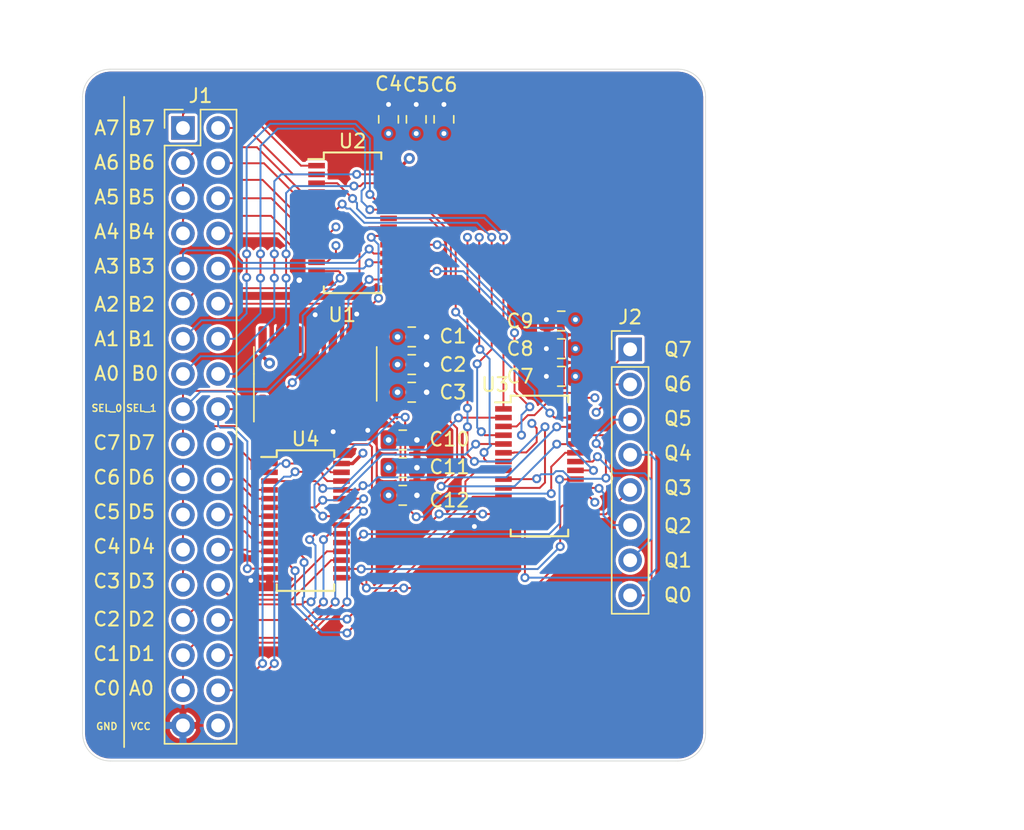
<source format=kicad_pcb>
(kicad_pcb (version 20171130) (host pcbnew "(5.1.5)-3")
  (layers (0 F.Signal signal) (1 GND signal) (2 VCC signal) (31 B.Signal signal) (34 B.Paste user) (35 F.Paste user) (36 B.SilkS user) (37 F.SilkS user) (38 B.Mask user) (39 F.Mask user) (44 Edge.Cuts user))
  (net 0 "")
  (net 1 GND)
  (net 2 VCC)
  (net 3 /C7)
  (net 4 /C6)
  (net 5 /C5)
  (net 6 /C4)
  (net 7 /C3)
  (net 8 /C2)
  (net 9 /C1)
  (net 10 /C0)
  (net 11 /D7)
  (net 12 /D6)
  (net 13 /D5)
  (net 14 /D4)
  (net 15 /D3)
  (net 16 /D2)
  (net 17 /D1)
  (net 18 /D0)
  (net 19 /SEL_1)
  (net 20 /SEL_0)
  (net 21 /B0)
  (net 22 /B1)
  (net 23 /B2)
  (net 24 /B3)
  (net 25 /B4)
  (net 26 /B5)
  (net 27 /B6)
  (net 28 /B7)
  (net 29 /A0)
  (net 30 /A1)
  (net 31 /A2)
  (net 32 /A3)
  (net 33 /A4)
  (net 34 /A5)
  (net 35 /A6)
  (net 36 /A7)
  (net 37 /out_0)
  (net 38 /out_1)
  (net 39 /out_2)
  (net 40 /out_3)
  (net 41 /out_4)
  (net 42 /out_5)
  (net 43 /out_6)
  (net 44 /out_7)
  (net 45 "Net-(U1-Pad12)")
  (net 46 "Net-(U1-Pad10)")
  (net 47 "Net-(U1-Pad8)")
  (net 48 "Net-(U1-Pad6)")
  (net 49 /PLEX_A_7)
  (net 50 /PLEX_A_6)
  (net 51 /PLEX_A_5)
  (net 52 /PLEX_A_4)
  (net 53 /PLEX_A_3)
  (net 54 /PLEX_A_2)
  (net 55 /PLEX_A_1)
  (net 56 /PLEX_A_0)
  (net 57 /PLEX_B_7)
  (net 58 /PLEX_B_6)
  (net 59 /PLEX_B_5)
  (net 60 /PLEX_B_4)
  (net 61 /PLEX_B_3)
  (net 62 /PLEX_B_2)
  (net 63 /PLEX_B_1)
  (net 64 /PLEX_B_0)
  (net 65 /~SEL_1)
  (net 66 /~SEL_0)
  (module Connector_PinHeader_2.54mm:PinHeader_2x18_P2.54mm_Vertical (layer F.Signal) (at 124.25 74.25)
    (fp_text reference J1 (at 1.27 -2.33) (layer F.SilkS))
    (fp_text value "Input jack")
    (pad 36 thru_hole oval (at 2.54 43.18) (size 1.7 1.7) (drill 1) (layers *.Cu *.Mask) (net 2 VCC))
    (pad 35 thru_hole oval (at 0 43.18) (size 1.7 1.7) (drill 1) (layers *.Cu *.Mask) (net 1 GND))
    (pad 34 thru_hole oval (at 2.54 40.64) (size 1.7 1.7) (drill 1) (layers *.Cu *.Mask) (net 18 /D0))
    (pad 33 thru_hole oval (at 0 40.64) (size 1.7 1.7) (drill 1) (layers *.Cu *.Mask) (net 10 /C0))
    (pad 32 thru_hole oval (at 2.54 38.1) (size 1.7 1.7) (drill 1) (layers *.Cu *.Mask) (net 17 /D1))
    (pad 31 thru_hole oval (at 0 38.1) (size 1.7 1.7) (drill 1) (layers *.Cu *.Mask) (net 9 /C1))
    (pad 30 thru_hole oval (at 2.54 35.56) (size 1.7 1.7) (drill 1) (layers *.Cu *.Mask) (net 16 /D2))
    (pad 29 thru_hole oval (at 0 35.56) (size 1.7 1.7) (drill 1) (layers *.Cu *.Mask) (net 8 /C2))
    (pad 28 thru_hole oval (at 2.54 33.02) (size 1.7 1.7) (drill 1) (layers *.Cu *.Mask) (net 15 /D3))
    (pad 27 thru_hole oval (at 0 33.02) (size 1.7 1.7) (drill 1) (layers *.Cu *.Mask) (net 7 /C3))
    (pad 26 thru_hole oval (at 2.54 30.48) (size 1.7 1.7) (drill 1) (layers *.Cu *.Mask) (net 14 /D4))
    (pad 25 thru_hole oval (at 0 30.48) (size 1.7 1.7) (drill 1) (layers *.Cu *.Mask) (net 6 /C4))
    (pad 24 thru_hole oval (at 2.54 27.94) (size 1.7 1.7) (drill 1) (layers *.Cu *.Mask) (net 13 /D5))
    (pad 23 thru_hole oval (at 0 27.94) (size 1.7 1.7) (drill 1) (layers *.Cu *.Mask) (net 5 /C5))
    (pad 22 thru_hole oval (at 2.54 25.4) (size 1.7 1.7) (drill 1) (layers *.Cu *.Mask) (net 12 /D6))
    (pad 21 thru_hole oval (at 0 25.4) (size 1.7 1.7) (drill 1) (layers *.Cu *.Mask) (net 4 /C6))
    (pad 20 thru_hole oval (at 2.54 22.86) (size 1.7 1.7) (drill 1) (layers *.Cu *.Mask) (net 11 /D7))
    (pad 19 thru_hole oval (at 0 22.86) (size 1.7 1.7) (drill 1) (layers *.Cu *.Mask) (net 3 /C7))
    (pad 18 thru_hole oval (at 2.54 20.32) (size 1.7 1.7) (drill 1) (layers *.Cu *.Mask) (net 19 /SEL_1))
    (pad 17 thru_hole oval (at 0 20.32) (size 1.7 1.7) (drill 1) (layers *.Cu *.Mask) (net 20 /SEL_0))
    (pad 16 thru_hole oval (at 2.54 17.78) (size 1.7 1.7) (drill 1) (layers *.Cu *.Mask) (net 21 /B0))
    (pad 15 thru_hole oval (at 0 17.78) (size 1.7 1.7) (drill 1) (layers *.Cu *.Mask) (net 29 /A0))
    (pad 14 thru_hole oval (at 2.54 15.24) (size 1.7 1.7) (drill 1) (layers *.Cu *.Mask) (net 22 /B1))
    (pad 13 thru_hole oval (at 0 15.24) (size 1.7 1.7) (drill 1) (layers *.Cu *.Mask) (net 30 /A1))
    (pad 12 thru_hole oval (at 2.54 12.7) (size 1.7 1.7) (drill 1) (layers *.Cu *.Mask) (net 23 /B2))
    (pad 11 thru_hole oval (at 0 12.7) (size 1.7 1.7) (drill 1) (layers *.Cu *.Mask) (net 31 /A2))
    (pad 10 thru_hole oval (at 2.54 10.16) (size 1.7 1.7) (drill 1) (layers *.Cu *.Mask) (net 24 /B3))
    (pad 9 thru_hole oval (at 0 10.16) (size 1.7 1.7) (drill 1) (layers *.Cu *.Mask) (net 32 /A3))
    (pad 8 thru_hole oval (at 2.54 7.62) (size 1.7 1.7) (drill 1) (layers *.Cu *.Mask) (net 25 /B4))
    (pad 7 thru_hole oval (at 0 7.62) (size 1.7 1.7) (drill 1) (layers *.Cu *.Mask) (net 33 /A4))
    (pad 6 thru_hole oval (at 2.54 5.08) (size 1.7 1.7) (drill 1) (layers *.Cu *.Mask) (net 26 /B5))
    (pad 5 thru_hole oval (at 0 5.08) (size 1.7 1.7) (drill 1) (layers *.Cu *.Mask) (net 34 /A5))
    (pad 4 thru_hole oval (at 2.54 2.54) (size 1.7 1.7) (drill 1) (layers *.Cu *.Mask) (net 27 /B6))
    (pad 3 thru_hole oval (at 0 2.54) (size 1.7 1.7) (drill 1) (layers *.Cu *.Mask) (net 35 /A6))
    (pad 2 thru_hole oval (at 2.54 0) (size 1.7 1.7) (drill 1) (layers *.Cu *.Mask) (net 28 /B7))
    (pad 1 thru_hole rect (at 0 0) (size 1.7 1.7) (drill 1) (layers *.Cu *.Mask) (net 36 /A7))
  )
  (module Package_SO:SSOP-28_3.9x9.9mm_P0.635mm (layer F.Signal) (at 133.1 102.6275)
    (fp_text reference U4 (at 0 -5.9) (layer F.SilkS))
    (fp_text value IDTQS3390)
    (pad 28 smd rect (at 2.6 -4.1275) (size 1.2 0.4) (layers F.Signal F.Paste F.Mask) (net 2 VCC))
    (pad 27 smd rect (at 2.6 -3.4925) (size 1.2 0.4) (layers F.Signal F.Paste F.Mask) (net 10 /C0))
    (pad 26 smd rect (at 2.6 -2.8575) (size 1.2 0.4) (layers F.Signal F.Paste F.Mask) (net 18 /D0))
    (pad 25 smd rect (at 2.6 -2.2225) (size 1.2 0.4) (layers F.Signal F.Paste F.Mask) (net 57 /PLEX_B_7))
    (pad 24 smd rect (at 2.6 -1.5875) (size 1.2 0.4) (layers F.Signal F.Paste F.Mask) (net 9 /C1))
    (pad 23 smd rect (at 2.6 -0.9525) (size 1.2 0.4) (layers F.Signal F.Paste F.Mask) (net 17 /D1))
    (pad 22 smd rect (at 2.6 -0.3175) (size 1.2 0.4) (layers F.Signal F.Paste F.Mask) (net 58 /PLEX_B_6))
    (pad 21 smd rect (at 2.6 0.3175) (size 1.2 0.4) (layers F.Signal F.Paste F.Mask) (net 8 /C2))
    (pad 20 smd rect (at 2.6 0.9525) (size 1.2 0.4) (layers F.Signal F.Paste F.Mask) (net 16 /D2))
    (pad 19 smd rect (at 2.6 1.5875) (size 1.2 0.4) (layers F.Signal F.Paste F.Mask) (net 59 /PLEX_B_5))
    (pad 18 smd rect (at 2.6 2.2225) (size 1.2 0.4) (layers F.Signal F.Paste F.Mask) (net 7 /C3))
    (pad 17 smd rect (at 2.6 2.8575) (size 1.2 0.4) (layers F.Signal F.Paste F.Mask) (net 15 /D3))
    (pad 16 smd rect (at 2.6 3.4925) (size 1.2 0.4) (layers F.Signal F.Paste F.Mask) (net 60 /PLEX_B_4))
    (pad 15 smd rect (at 2.6 4.1275) (size 1.2 0.4) (layers F.Signal F.Paste F.Mask) (net 65 /~SEL_1))
    (pad 14 smd rect (at -2.6 4.1275) (size 1.2 0.4) (layers F.Signal F.Paste F.Mask) (net 1 GND))
    (pad 13 smd rect (at -2.6 3.4925) (size 1.2 0.4) (layers F.Signal F.Paste F.Mask) (net 19 /SEL_1))
    (pad 12 smd rect (at -2.6 2.8575) (size 1.2 0.4) (layers F.Signal F.Paste F.Mask) (net 61 /PLEX_B_3))
    (pad 11 smd rect (at -2.6 2.2225) (size 1.2 0.4) (layers F.Signal F.Paste F.Mask) (net 14 /D4))
    (pad 10 smd rect (at -2.6 1.5875) (size 1.2 0.4) (layers F.Signal F.Paste F.Mask) (net 6 /C4))
    (pad 9 smd rect (at -2.6 0.9525) (size 1.2 0.4) (layers F.Signal F.Paste F.Mask) (net 62 /PLEX_B_2))
    (pad 8 smd rect (at -2.6 0.3175) (size 1.2 0.4) (layers F.Signal F.Paste F.Mask) (net 13 /D5))
    (pad 7 smd rect (at -2.6 -0.3175) (size 1.2 0.4) (layers F.Signal F.Paste F.Mask) (net 5 /C5))
    (pad 6 smd rect (at -2.6 -0.9525) (size 1.2 0.4) (layers F.Signal F.Paste F.Mask) (net 63 /PLEX_B_1))
    (pad 5 smd rect (at -2.6 -1.5875) (size 1.2 0.4) (layers F.Signal F.Paste F.Mask) (net 12 /D6))
    (pad 4 smd rect (at -2.6 -2.2225) (size 1.2 0.4) (layers F.Signal F.Paste F.Mask) (net 4 /C6))
    (pad 3 smd rect (at -2.6 -2.8575) (size 1.2 0.4) (layers F.Signal F.Paste F.Mask) (net 64 /PLEX_B_0))
    (pad 2 smd rect (at -2.6 -3.4925) (size 1.2 0.4) (layers F.Signal F.Paste F.Mask) (net 11 /D7))
    (pad 1 smd rect (at -2.6 -4.1275) (size 1.2 0.4) (layers F.Signal F.Paste F.Mask) (net 3 /C7))
  )
  (module Package_SO:SSOP-28_3.9x9.9mm_P0.635mm (layer F.Signal) (at 150 98.6775)
    (fp_text reference U3 (at -3.2 -5.8775) (layer F.SilkS))
    (fp_text value IDTQS3390)
    (pad 28 smd rect (at 2.6 -4.1275) (size 1.2 0.4) (layers F.Signal F.Paste F.Mask) (net 2 VCC))
    (pad 27 smd rect (at 2.6 -3.4925) (size 1.2 0.4) (layers F.Signal F.Paste F.Mask) (net 49 /PLEX_A_7))
    (pad 26 smd rect (at 2.6 -2.8575) (size 1.2 0.4) (layers F.Signal F.Paste F.Mask) (net 57 /PLEX_B_7))
    (pad 25 smd rect (at 2.6 -2.2225) (size 1.2 0.4) (layers F.Signal F.Paste F.Mask) (net 37 /out_0))
    (pad 24 smd rect (at 2.6 -1.5875) (size 1.2 0.4) (layers F.Signal F.Paste F.Mask) (net 50 /PLEX_A_6))
    (pad 23 smd rect (at 2.6 -0.9525) (size 1.2 0.4) (layers F.Signal F.Paste F.Mask) (net 58 /PLEX_B_6))
    (pad 22 smd rect (at 2.6 -0.3175) (size 1.2 0.4) (layers F.Signal F.Paste F.Mask) (net 38 /out_1))
    (pad 21 smd rect (at 2.6 0.3175) (size 1.2 0.4) (layers F.Signal F.Paste F.Mask) (net 51 /PLEX_A_5))
    (pad 20 smd rect (at 2.6 0.9525) (size 1.2 0.4) (layers F.Signal F.Paste F.Mask) (net 59 /PLEX_B_5))
    (pad 19 smd rect (at 2.6 1.5875) (size 1.2 0.4) (layers F.Signal F.Paste F.Mask) (net 39 /out_2))
    (pad 18 smd rect (at 2.6 2.2225) (size 1.2 0.4) (layers F.Signal F.Paste F.Mask) (net 52 /PLEX_A_4))
    (pad 17 smd rect (at 2.6 2.8575) (size 1.2 0.4) (layers F.Signal F.Paste F.Mask) (net 60 /PLEX_B_4))
    (pad 16 smd rect (at 2.6 3.4925) (size 1.2 0.4) (layers F.Signal F.Paste F.Mask) (net 40 /out_3))
    (pad 15 smd rect (at 2.6 4.1275) (size 1.2 0.4) (layers F.Signal F.Paste F.Mask) (net 65 /~SEL_1))
    (pad 14 smd rect (at -2.6 4.1275) (size 1.2 0.4) (layers F.Signal F.Paste F.Mask) (net 1 GND))
    (pad 13 smd rect (at -2.6 3.4925) (size 1.2 0.4) (layers F.Signal F.Paste F.Mask) (net 19 /SEL_1))
    (pad 12 smd rect (at -2.6 2.8575) (size 1.2 0.4) (layers F.Signal F.Paste F.Mask) (net 41 /out_4))
    (pad 11 smd rect (at -2.6 2.2225) (size 1.2 0.4) (layers F.Signal F.Paste F.Mask) (net 61 /PLEX_B_3))
    (pad 10 smd rect (at -2.6 1.5875) (size 1.2 0.4) (layers F.Signal F.Paste F.Mask) (net 53 /PLEX_A_3))
    (pad 9 smd rect (at -2.6 0.9525) (size 1.2 0.4) (layers F.Signal F.Paste F.Mask) (net 42 /out_5))
    (pad 8 smd rect (at -2.6 0.3175) (size 1.2 0.4) (layers F.Signal F.Paste F.Mask) (net 62 /PLEX_B_2))
    (pad 7 smd rect (at -2.6 -0.3175) (size 1.2 0.4) (layers F.Signal F.Paste F.Mask) (net 54 /PLEX_A_2))
    (pad 6 smd rect (at -2.6 -0.9525) (size 1.2 0.4) (layers F.Signal F.Paste F.Mask) (net 43 /out_6))
    (pad 5 smd rect (at -2.6 -1.5875) (size 1.2 0.4) (layers F.Signal F.Paste F.Mask) (net 63 /PLEX_B_1))
    (pad 4 smd rect (at -2.6 -2.2225) (size 1.2 0.4) (layers F.Signal F.Paste F.Mask) (net 55 /PLEX_A_1))
    (pad 3 smd rect (at -2.6 -2.8575) (size 1.2 0.4) (layers F.Signal F.Paste F.Mask) (net 44 /out_7))
    (pad 2 smd rect (at -2.6 -3.4925) (size 1.2 0.4) (layers F.Signal F.Paste F.Mask) (net 64 /PLEX_B_0))
    (pad 1 smd rect (at -2.6 -4.1275) (size 1.2 0.4) (layers F.Signal F.Paste F.Mask) (net 56 /PLEX_A_0))
  )
  (module Package_SO:SSOP-28_3.9x9.9mm_P0.635mm (layer F.Signal) (at 136.5 81.1)
    (fp_text reference U2 (at 0 -5.9) (layer F.SilkS))
    (fp_text value IDTQS3390)
    (pad 28 smd rect (at 2.6 -4.1275) (size 1.2 0.4) (layers F.Signal F.Paste F.Mask) (net 2 VCC))
    (pad 27 smd rect (at 2.6 -3.4925) (size 1.2 0.4) (layers F.Signal F.Paste F.Mask) (net 29 /A0))
    (pad 26 smd rect (at 2.6 -2.8575) (size 1.2 0.4) (layers F.Signal F.Paste F.Mask) (net 21 /B0))
    (pad 25 smd rect (at 2.6 -2.2225) (size 1.2 0.4) (layers F.Signal F.Paste F.Mask) (net 49 /PLEX_A_7))
    (pad 24 smd rect (at 2.6 -1.5875) (size 1.2 0.4) (layers F.Signal F.Paste F.Mask) (net 30 /A1))
    (pad 23 smd rect (at 2.6 -0.9525) (size 1.2 0.4) (layers F.Signal F.Paste F.Mask) (net 22 /B1))
    (pad 22 smd rect (at 2.6 -0.3175) (size 1.2 0.4) (layers F.Signal F.Paste F.Mask) (net 50 /PLEX_A_6))
    (pad 21 smd rect (at 2.6 0.3175) (size 1.2 0.4) (layers F.Signal F.Paste F.Mask) (net 31 /A2))
    (pad 20 smd rect (at 2.6 0.9525) (size 1.2 0.4) (layers F.Signal F.Paste F.Mask) (net 23 /B2))
    (pad 19 smd rect (at 2.6 1.5875) (size 1.2 0.4) (layers F.Signal F.Paste F.Mask) (net 51 /PLEX_A_5))
    (pad 18 smd rect (at 2.6 2.2225) (size 1.2 0.4) (layers F.Signal F.Paste F.Mask) (net 32 /A3))
    (pad 17 smd rect (at 2.6 2.8575) (size 1.2 0.4) (layers F.Signal F.Paste F.Mask) (net 24 /B3))
    (pad 16 smd rect (at 2.6 3.4925) (size 1.2 0.4) (layers F.Signal F.Paste F.Mask) (net 52 /PLEX_A_4))
    (pad 15 smd rect (at 2.6 4.1275) (size 1.2 0.4) (layers F.Signal F.Paste F.Mask) (net 66 /~SEL_0))
    (pad 14 smd rect (at -2.6 4.1275) (size 1.2 0.4) (layers F.Signal F.Paste F.Mask) (net 1 GND))
    (pad 13 smd rect (at -2.6 3.4925) (size 1.2 0.4) (layers F.Signal F.Paste F.Mask) (net 20 /SEL_0))
    (pad 12 smd rect (at -2.6 2.8575) (size 1.2 0.4) (layers F.Signal F.Paste F.Mask) (net 53 /PLEX_A_3))
    (pad 11 smd rect (at -2.6 2.2225) (size 1.2 0.4) (layers F.Signal F.Paste F.Mask) (net 25 /B4))
    (pad 10 smd rect (at -2.6 1.5875) (size 1.2 0.4) (layers F.Signal F.Paste F.Mask) (net 33 /A4))
    (pad 9 smd rect (at -2.6 0.9525) (size 1.2 0.4) (layers F.Signal F.Paste F.Mask) (net 54 /PLEX_A_2))
    (pad 8 smd rect (at -2.6 0.3175) (size 1.2 0.4) (layers F.Signal F.Paste F.Mask) (net 26 /B5))
    (pad 7 smd rect (at -2.6 -0.3175) (size 1.2 0.4) (layers F.Signal F.Paste F.Mask) (net 34 /A5))
    (pad 6 smd rect (at -2.6 -0.9525) (size 1.2 0.4) (layers F.Signal F.Paste F.Mask) (net 55 /PLEX_A_1))
    (pad 5 smd rect (at -2.6 -1.5875) (size 1.2 0.4) (layers F.Signal F.Paste F.Mask) (net 27 /B6))
    (pad 4 smd rect (at -2.6 -2.2225) (size 1.2 0.4) (layers F.Signal F.Paste F.Mask) (net 35 /A6))
    (pad 3 smd rect (at -2.6 -2.8575) (size 1.2 0.4) (layers F.Signal F.Paste F.Mask) (net 56 /PLEX_A_0))
    (pad 2 smd rect (at -2.6 -3.4925) (size 1.2 0.4) (layers F.Signal F.Paste F.Mask) (net 28 /B7))
    (pad 1 smd rect (at -2.6 -4.1275) (size 1.2 0.4) (layers F.Signal F.Paste F.Mask) (net 36 /A7))
  )
  (module Package_SO:SOIC-14_3.9x8.7mm_P1.27mm (layer F.Signal) (at 133.81 92.025 90)
    (fp_text reference U1 (at 4.275 1.94) (layer F.SilkS))
    (fp_text value 74AHC04)
    (pad 14 smd roundrect (at 2.475 -3.81 90) (size 1.95 0.6) (layers F.Signal F.Paste F.Mask) (net 2 VCC))
    (pad 13 smd roundrect (at 2.475 -2.54 90) (size 1.95 0.6) (layers F.Signal F.Paste F.Mask) (net 1 GND))
    (pad 12 smd roundrect (at 2.475 -1.27 90) (size 1.95 0.6) (layers F.Signal F.Paste F.Mask) (net 45 "Net-(U1-Pad12)"))
    (pad 11 smd roundrect (at 2.475 0 90) (size 1.95 0.6) (layers F.Signal F.Paste F.Mask) (net 1 GND))
    (pad 10 smd roundrect (at 2.475 1.27 90) (size 1.95 0.6) (layers F.Signal F.Paste F.Mask) (net 46 "Net-(U1-Pad10)"))
    (pad 9 smd roundrect (at 2.475 2.54 90) (size 1.95 0.6) (layers F.Signal F.Paste F.Mask) (net 1 GND))
    (pad 8 smd roundrect (at 2.475 3.81 90) (size 1.95 0.6) (layers F.Signal F.Paste F.Mask) (net 47 "Net-(U1-Pad8)"))
    (pad 7 smd roundrect (at -2.475 3.81 90) (size 1.95 0.6) (layers F.Signal F.Paste F.Mask) (net 1 GND))
    (pad 6 smd roundrect (at -2.475 2.54 90) (size 1.95 0.6) (layers F.Signal F.Paste F.Mask) (net 48 "Net-(U1-Pad6)"))
    (pad 5 smd roundrect (at -2.475 1.27 90) (size 1.95 0.6) (layers F.Signal F.Paste F.Mask) (net 1 GND))
    (pad 4 smd roundrect (at -2.475 0 90) (size 1.95 0.6) (layers F.Signal F.Paste F.Mask) (net 65 /~SEL_1))
    (pad 3 smd roundrect (at -2.475 -1.27 90) (size 1.95 0.6) (layers F.Signal F.Paste F.Mask) (net 19 /SEL_1))
    (pad 2 smd roundrect (at -2.475 -2.54 90) (size 1.95 0.6) (layers F.Signal F.Paste F.Mask) (net 66 /~SEL_0))
    (pad 1 smd roundrect (at -2.475 -3.81 90) (size 1.95 0.6) (layers F.Signal F.Paste F.Mask) (net 20 /SEL_0))
  )
  (module Connector_PinHeader_2.54mm:PinHeader_1x08_P2.54mm_Vertical (layer F.Signal) (at 156.55 90.25)
    (fp_text reference J2 (at 0 -2.33) (layer F.SilkS))
    (fp_text value "Output jack")
    (pad 8 thru_hole oval (at 0 17.78) (size 1.7 1.7) (drill 1) (layers *.Cu *.Mask) (net 37 /out_0))
    (pad 7 thru_hole oval (at 0 15.24) (size 1.7 1.7) (drill 1) (layers *.Cu *.Mask) (net 38 /out_1))
    (pad 6 thru_hole oval (at 0 12.7) (size 1.7 1.7) (drill 1) (layers *.Cu *.Mask) (net 39 /out_2))
    (pad 5 thru_hole oval (at 0 10.16) (size 1.7 1.7) (drill 1) (layers *.Cu *.Mask) (net 40 /out_3))
    (pad 4 thru_hole oval (at 0 7.62) (size 1.7 1.7) (drill 1) (layers *.Cu *.Mask) (net 41 /out_4))
    (pad 3 thru_hole oval (at 0 5.08) (size 1.7 1.7) (drill 1) (layers *.Cu *.Mask) (net 42 /out_5))
    (pad 2 thru_hole oval (at 0 2.54) (size 1.7 1.7) (drill 1) (layers *.Cu *.Mask) (net 43 /out_6))
    (pad 1 thru_hole rect (at 0 0) (size 1.7 1.7) (drill 1) (layers *.Cu *.Mask) (net 44 /out_7))
  )
  (module Capacitor_SMD:C_0805_2012Metric_Pad1.15x1.40mm_HandSolder (layer F.Signal) (at 140.125 100.8)
    (fp_text reference C12 (at 3.375 0.35 180) (layer F.SilkS))
    (fp_text value 100nF)
    (pad 2 smd roundrect (at 1.025 0) (size 1.15 1.4) (layers F.Signal F.Paste F.Mask) (roundrect_rratio 0.217391) (net 1 GND))
    (pad 1 smd roundrect (at -1.025 0) (size 1.15 1.4) (layers F.Signal F.Paste F.Mask) (roundrect_rratio 0.217391) (net 2 VCC))
  )
  (module Capacitor_SMD:C_0805_2012Metric_Pad1.15x1.40mm_HandSolder (layer F.Signal) (at 140.125 98.8)
    (fp_text reference C11 (at 3.375 -0.05 180) (layer F.SilkS))
    (fp_text value 10nF)
    (pad 2 smd roundrect (at 1.025 0) (size 1.15 1.4) (layers F.Signal F.Paste F.Mask) (roundrect_rratio 0.217391) (net 1 GND))
    (pad 1 smd roundrect (at -1.025 0) (size 1.15 1.4) (layers F.Signal F.Paste F.Mask) (roundrect_rratio 0.217391) (net 2 VCC))
  )
  (module Capacitor_SMD:C_0805_2012Metric_Pad1.15x1.40mm_HandSolder (layer F.Signal) (at 140.125 96.8)
    (fp_text reference C10 (at 3.375 -0.05 180) (layer F.SilkS))
    (fp_text value 1nF)
    (pad 2 smd roundrect (at 1.025 0) (size 1.15 1.4) (layers F.Signal F.Paste F.Mask) (roundrect_rratio 0.217391) (net 1 GND))
    (pad 1 smd roundrect (at -1.025 0) (size 1.15 1.4) (layers F.Signal F.Paste F.Mask) (roundrect_rratio 0.217391) (net 2 VCC))
  )
  (module Capacitor_SMD:C_0805_2012Metric_Pad1.15x1.40mm_HandSolder (layer F.Signal) (at 151.575 88.2 180)
    (fp_text reference C9 (at 2.975 0) (layer F.SilkS))
    (fp_text value 100nF)
    (pad 2 smd roundrect (at 1.025 0 180) (size 1.15 1.4) (layers F.Signal F.Paste F.Mask) (roundrect_rratio 0.217391) (net 1 GND))
    (pad 1 smd roundrect (at -1.025 0 180) (size 1.15 1.4) (layers F.Signal F.Paste F.Mask) (roundrect_rratio 0.217391) (net 2 VCC))
  )
  (module Capacitor_SMD:C_0805_2012Metric_Pad1.15x1.40mm_HandSolder (layer F.Signal) (at 151.575 90.2 180)
    (fp_text reference C8 (at 2.975 0) (layer F.SilkS))
    (fp_text value 10nF)
    (pad 2 smd roundrect (at 1.025 0 180) (size 1.15 1.4) (layers F.Signal F.Paste F.Mask) (roundrect_rratio 0.217391) (net 1 GND))
    (pad 1 smd roundrect (at -1.025 0 180) (size 1.15 1.4) (layers F.Signal F.Paste F.Mask) (roundrect_rratio 0.217391) (net 2 VCC))
  )
  (module Capacitor_SMD:C_0805_2012Metric_Pad1.15x1.40mm_HandSolder (layer F.Signal) (at 151.575 92.2 180)
    (fp_text reference C7 (at 2.975 0) (layer F.SilkS))
    (fp_text value 1nF)
    (pad 2 smd roundrect (at 1.025 0 180) (size 1.15 1.4) (layers F.Signal F.Paste F.Mask) (roundrect_rratio 0.217391) (net 1 GND))
    (pad 1 smd roundrect (at -1.025 0 180) (size 1.15 1.4) (layers F.Signal F.Paste F.Mask) (roundrect_rratio 0.217391) (net 2 VCC))
  )
  (module Capacitor_SMD:C_0805_2012Metric_Pad1.15x1.40mm_HandSolder (layer F.Signal) (at 143.1 73.625 90)
    (fp_text reference C6 (at 2.5 0 180) (layer F.SilkS))
    (fp_text value 100nF)
    (pad 2 smd roundrect (at 1.025 0 90) (size 1.15 1.4) (layers F.Signal F.Paste F.Mask) (roundrect_rratio 0.217391) (net 1 GND))
    (pad 1 smd roundrect (at -1.025 0 90) (size 1.15 1.4) (layers F.Signal F.Paste F.Mask) (roundrect_rratio 0.217391) (net 2 VCC))
  )
  (module Capacitor_SMD:C_0805_2012Metric_Pad1.15x1.40mm_HandSolder (layer F.Signal) (at 141.1 73.625 90)
    (fp_text reference C5 (at 2.5 0 180) (layer F.SilkS))
    (fp_text value 10nF)
    (pad 2 smd roundrect (at 1.025 0 90) (size 1.15 1.4) (layers F.Signal F.Paste F.Mask) (roundrect_rratio 0.217391) (net 1 GND))
    (pad 1 smd roundrect (at -1.025 0 90) (size 1.15 1.4) (layers F.Signal F.Paste F.Mask) (roundrect_rratio 0.217391) (net 2 VCC))
  )
  (module Capacitor_SMD:C_0805_2012Metric_Pad1.15x1.40mm_HandSolder (layer F.Signal) (at 139.1 73.625 90)
    (fp_text reference C4 (at 2.575 0 180) (layer F.SilkS))
    (fp_text value 1nF)
    (pad 2 smd roundrect (at 1.025 0 90) (size 1.15 1.4) (layers F.Signal F.Paste F.Mask) (roundrect_rratio 0.217391) (net 1 GND))
    (pad 1 smd roundrect (at -1.025 0 90) (size 1.15 1.4) (layers F.Signal F.Paste F.Mask) (roundrect_rratio 0.217391) (net 2 VCC))
  )
  (module Capacitor_SMD:C_0805_2012Metric_Pad1.15x1.40mm_HandSolder (layer F.Signal) (at 140.775 93.35)
    (fp_text reference C3 (at 2.975 0 180) (layer F.SilkS))
    (fp_text value 100nF)
    (pad 2 smd roundrect (at 1.025 0) (size 1.15 1.4) (layers F.Signal F.Paste F.Mask) (roundrect_rratio 0.217391) (net 1 GND))
    (pad 1 smd roundrect (at -1.025 0) (size 1.15 1.4) (layers F.Signal F.Paste F.Mask) (roundrect_rratio 0.217391) (net 2 VCC))
  )
  (module Capacitor_SMD:C_0805_2012Metric_Pad1.15x1.40mm_HandSolder (layer F.Signal) (at 140.775 91.35)
    (fp_text reference C2 (at 2.975 0 180) (layer F.SilkS))
    (fp_text value 10nF)
    (pad 2 smd roundrect (at 1.025 0) (size 1.15 1.4) (layers F.Signal F.Paste F.Mask) (roundrect_rratio 0.217391) (net 1 GND))
    (pad 1 smd roundrect (at -1.025 0) (size 1.15 1.4) (layers F.Signal F.Paste F.Mask) (roundrect_rratio 0.217391) (net 2 VCC))
  )
  (module Capacitor_SMD:C_0805_2012Metric_Pad1.15x1.40mm_HandSolder (layer F.Signal) (at 140.775 89.35)
    (fp_text reference C1 (at 2.975 -0.05) (layer F.SilkS))
    (fp_text value 1nF)
    (pad 2 smd roundrect (at 1.025 0) (size 1.15 1.4) (layers F.Signal F.Paste F.Mask) (roundrect_rratio 0.217391) (net 1 GND))
    (pad 1 smd roundrect (at -1.025 0) (size 1.15 1.4) (layers F.Signal F.Paste F.Mask) (roundrect_rratio 0.217391) (net 2 VCC))
  )
  (gr_text Q5 (at 160 95.25) (layer F.SilkS) (effects (font (size 1 1))))
  (gr_text Q6 (at 160 92.75) (layer F.SilkS) (effects (font (size 1 1))))
  (gr_text Q7 (at 160 90.25) (layer F.SilkS) (effects (font (size 1 1))))
  (gr_text Q3 (at 160 100.25) (layer F.SilkS) (effects (font (size 1 1))))
  (gr_text Q4 (at 160 97.75) (layer F.SilkS) (effects (font (size 1 1))))
  (gr_text Q0 (at 160 108) (layer F.SilkS) (effects (font (size 1 1))))
  (gr_text Q1 (at 160 105.5) (layer F.SilkS) (effects (font (size 1 1))))
  (gr_text Q2 (at 160 103) (layer F.SilkS) (effects (font (size 1 1))))
  (gr_text VCC (at 121.2 117.5) (layer F.SilkS) (effects (font (size 0.5 0.5) (thickness 0.1))))
  (gr_text GND (at 118.75 117.5) (layer F.SilkS) (effects (font (size 0.5 0.5) (thickness 0.1))))
  (gr_text SEL_1 (at 121.25 94.5) (layer F.SilkS) (effects (font (size 0.5 0.5) (thickness 0.1))))
  (gr_text D5 (at 121.25 102) (layer F.SilkS) (effects (font (size 1 1))))
  (gr_text D6 (at 121.25 99.5) (layer F.SilkS) (effects (font (size 1 1))))
  (gr_text D7 (at 121.25 97) (layer F.SilkS) (effects (font (size 1 1))))
  (gr_text D3 (at 121.25 107) (layer F.SilkS) (effects (font (size 1 1))))
  (gr_text D4 (at 121.25 104.5) (layer F.SilkS) (effects (font (size 1 1))))
  (gr_text A0 (at 121.25 114.75) (layer F.SilkS) (effects (font (size 1 1))))
  (gr_text D1 (at 121.25 112.25) (layer F.SilkS) (effects (font (size 1 1))))
  (gr_text D2 (at 121.25 109.75) (layer F.SilkS) (effects (font (size 1 1))))
  (gr_text B5 (at 121.25 79.25) (layer F.SilkS) (effects (font (size 1 1))))
  (gr_text B6 (at 121.25 76.75) (layer F.SilkS) (effects (font (size 1 1))))
  (gr_text B7 (at 121.25 74.25) (layer F.SilkS) (effects (font (size 1 1))))
  (gr_text B3 (at 121.25 84.25) (layer F.SilkS) (effects (font (size 1 1))))
  (gr_text B4 (at 121.25 81.75) (layer F.SilkS) (effects (font (size 1 1))))
  (gr_text B0 (at 121.5 92) (layer F.SilkS) (effects (font (size 1 1))))
  (gr_text B1 (at 121.25 89.5) (layer F.SilkS) (effects (font (size 1 1))))
  (gr_text B2 (at 121.25 87) (layer F.SilkS) (effects (font (size 1 1))))
  (gr_text C5 (at 118.75 102) (layer F.SilkS) (effects (font (size 1 1))))
  (gr_text C6 (at 118.75 99.5) (layer F.SilkS) (effects (font (size 1 1))))
  (gr_text C7 (at 118.75 97) (layer F.SilkS) (effects (font (size 1 1))))
  (gr_text C3 (at 118.75 107) (layer F.SilkS) (effects (font (size 1 1))))
  (gr_text C4 (at 118.75 104.5) (layer F.SilkS) (effects (font (size 1 1))))
  (gr_text C0 (at 118.75 114.75) (layer F.SilkS) (effects (font (size 1 1))))
  (gr_text C1 (at 118.75 112.25) (layer F.SilkS) (effects (font (size 1 1))))
  (gr_text C2 (at 118.75 109.75) (layer F.SilkS) (effects (font (size 1 1))))
  (gr_text SEL_0 (at 118.75 94.5) (layer F.SilkS) (effects (font (size 0.5 0.5) (thickness 0.1))))
  (gr_text A0 (at 118.75 92) (layer F.SilkS) (effects (font (size 1 1))))
  (gr_text A1 (at 118.75 89.5) (layer F.SilkS) (effects (font (size 1 1))))
  (gr_text A2 (at 118.75 87) (layer F.SilkS) (effects (font (size 1 1))))
  (gr_text A3 (at 118.75 84.25) (layer F.SilkS) (effects (font (size 1 1))))
  (gr_text A4 (at 118.75 81.75) (layer F.SilkS) (effects (font (size 1 1))))
  (gr_text A5 (at 118.75 79.25) (layer F.SilkS) (effects (font (size 1 1))))
  (gr_text A6 (at 118.75 76.75) (layer F.SilkS) (effects (font (size 1 1))))
  (gr_text A7 (at 118.75 74.25) (layer F.SilkS) (effects (font (size 1 1))))
  (gr_line (start 120 72) (end 120 119) (layer F.SilkS) (width 0.12))
  (gr_arc (start 160 118) (end 160 120) (angle -90) (layer Edge.Cuts) (width 0.05))
  (gr_arc (start 119 118) (end 117 118) (angle -90) (layer Edge.Cuts) (width 0.05))
  (gr_arc (start 160 72) (end 162 72) (angle -90) (layer Edge.Cuts) (width 0.05))
  (gr_arc (start 119 72) (end 119 70) (angle -90) (layer Edge.Cuts) (width 0.05))
  (gr_line (start 117 118) (end 117 72) (layer Edge.Cuts) (width 0.05))
  (gr_line (start 160 120) (end 119 120) (layer Edge.Cuts) (width 0.05))
  (gr_line (start 162 72) (end 162 118) (layer Edge.Cuts) (width 0.05))
  (gr_line (start 119 70) (end 160 70) (layer Edge.Cuts) (width 0.05))
  (via (at 150.5 88.1) (size 0.65) (drill 0.35) (layers F.Signal B.Signal) (net 1))
  (via (at 152.6 88.1) (size 0.65) (drill 0.35) (layers F.Signal B.Signal) (net 2))
  (via (at 152.6 90.2) (size 0.65) (drill 0.35) (layers F.Signal B.Signal) (net 2))
  (via (at 150.5 90.2) (size 0.65) (drill 0.35) (layers F.Signal B.Signal) (net 1))
  (via (at 150.5 92.2) (size 0.65) (drill 0.35) (layers F.Signal B.Signal) (net 1))
  (via (at 152.6 92.2) (size 0.65) (drill 0.35) (layers F.Signal B.Signal) (net 2))
  (via (at 141.15 100.8) (size 0.8) (drill 0.4) (layers F.Signal B.Signal) (net 1))
  (via (at 141.15 98.8) (size 0.8) (drill 0.4) (layers F.Signal B.Signal) (net 1))
  (via (at 141.15 96.8) (size 0.8) (drill 0.4) (layers F.Signal B.Signal) (net 1))
  (via (at 141.85 89.35) (size 0.8) (drill 0.4) (layers F.Signal B.Signal) (net 1))
  (via (at 141.85 91.35) (size 0.8) (drill 0.4) (layers F.Signal B.Signal) (net 1))
  (via (at 141.85 93.35) (size 0.8) (drill 0.4) (layers F.Signal B.Signal) (net 1))
  (via (at 139.1 72.55) (size 0.65) (drill 0.35) (layers F.Signal B.Signal) (net 1))
  (via (at 141.1 72.55) (size 0.65) (drill 0.35) (layers F.Signal B.Signal) (net 1))
  (via (at 143.1 72.55) (size 0.65) (drill 0.35) (layers F.Signal B.Signal) (net 1))
  (segment (start 133.9 85.2275) (end 132.6725 85.2275) (width 0.1397) (layer F.Signal) (net 1))
  (segment (start 132.6725 85.2275) (end 132.65 85.25) (width 0.1397) (layer F.Signal) (net 1))
  (via (at 132.65 85.25) (size 0.8) (drill 0.4) (layers F.Signal B.Signal) (net 1))
  (via (at 133.8 87.75) (size 0.65) (drill 0.35) (layers F.Signal B.Signal) (net 1))
  (via (at 136.8 87.7) (size 0.65) (drill 0.35) (layers F.Signal B.Signal) (net 1))
  (via (at 137.6 96.1) (size 0.65) (drill 0.35) (layers F.Signal B.Signal) (net 1))
  (via (at 135.1 96.2) (size 0.65) (drill 0.35) (layers F.Signal B.Signal) (net 1))
  (via (at 129.15 106.95) (size 0.65) (drill 0.35) (layers F.Signal B.Signal) (net 1))
  (via (at 145.3 103.05) (size 0.65) (drill 0.35) (layers F.Signal B.Signal) (net 1))
  (via (at 139.1 100.8) (size 0.8) (drill 0.4) (layers F.Signal B.Signal) (net 2))
  (via (at 139.1 96.8) (size 0.8) (drill 0.4) (layers F.Signal B.Signal) (net 2))
  (via (at 139.75 93.35) (size 0.8) (drill 0.4) (layers F.Signal B.Signal) (net 2))
  (via (at 139.75 91.35) (size 0.8) (drill 0.4) (layers F.Signal B.Signal) (net 2))
  (via (at 139.75 89.35) (size 0.8) (drill 0.4) (layers F.Signal B.Signal) (net 2))
  (via (at 143.1 74.65) (size 0.65) (drill 0.35) (layers F.Signal B.Signal) (net 2))
  (via (at 139.1 74.65) (size 0.65) (drill 0.35) (layers F.Signal B.Signal) (net 2))
  (via (at 141.1 74.65) (size 0.65) (drill 0.35) (layers F.Signal B.Signal) (net 2))
  (via (at 140.6 76.45) (size 0.8) (drill 0.4) (layers F.Signal B.Signal) (net 2))
  (segment (start 139.1 76.9725) (end 140.0775 76.9725) (width 0.25) (layer F.Signal) (net 2))
  (segment (start 140.0775 76.9725) (end 140.6 76.45) (width 0.25) (layer F.Signal) (net 2))
  (via (at 139.1 98.8) (size 0.8) (drill 0.4) (layers F.Signal B.Signal) (net 2))
  (via (at 130.5 91.25) (size 0.8) (drill 0.4) (layers F.Signal B.Signal) (net 2))
  (segment (start 130 89.55) (end 130 90.75) (width 0.25) (layer F.Signal) (net 2))
  (segment (start 130 90.75) (end 130.5 91.25) (width 0.25) (layer F.Signal) (net 2))
  (via (at 137.25 97.75) (size 0.65) (drill 0.35) (layers F.Signal B.Signal) (net 2))
  (segment (start 135.7 98.5) (end 136.5 98.5) (width 0.25) (layer F.Signal) (net 2))
  (segment (start 136.5 98.5) (end 137.25 97.75) (width 0.25) (layer F.Signal) (net 2))
  (segment (start 153.0603 93.75) (end 154 93.75) (width 0.1397) (layer F.Signal) (net 2))
  (segment (start 152.6 94.55) (end 152.6 94.2103) (width 0.1397) (layer F.Signal) (net 2))
  (via (at 154 93.75) (size 0.65) (drill 0.35) (layers F.Signal B.Signal) (net 2))
  (segment (start 152.6 94.2103) (end 153.0603 93.75) (width 0.1397) (layer F.Signal) (net 2))
  (segment (start 128.6 95.8) (end 130.5 97.7) (width 0.1397) (layer F.Signal) (net 3))
  (segment (start 130.5 97.7) (end 130.5 98.5) (width 0.1397) (layer F.Signal) (net 3))
  (segment (start 124.25 97.11) (end 124.25 95.95) (width 0.1397) (layer F.Signal) (net 3))
  (segment (start 124.4 95.8) (end 128.6 95.8) (width 0.1397) (layer F.Signal) (net 3))
  (segment (start 124.25 95.95) (end 124.4 95.8) (width 0.1397) (layer F.Signal) (net 3))
  (segment (start 129.405 100.405) (end 130.5 100.405) (width 0.1397) (layer F.Signal) (net 4))
  (segment (start 124.4 98.4) (end 127.4 98.4) (width 0.1397) (layer F.Signal) (net 4))
  (segment (start 127.4 98.4) (end 129.405 100.405) (width 0.1397) (layer F.Signal) (net 4))
  (segment (start 124.25 99.65) (end 124.25 98.55) (width 0.1397) (layer F.Signal) (net 4))
  (segment (start 124.25 98.55) (end 124.4 98.4) (width 0.1397) (layer F.Signal) (net 4))
  (segment (start 128 100.9) (end 129.41 102.31) (width 0.1397) (layer F.Signal) (net 5))
  (segment (start 129.41 102.31) (end 130.5 102.31) (width 0.1397) (layer F.Signal) (net 5))
  (segment (start 124.25 102.19) (end 124.25 101.05) (width 0.1397) (layer F.Signal) (net 5))
  (segment (start 124.4 100.9) (end 128 100.9) (width 0.1397) (layer F.Signal) (net 5))
  (segment (start 124.25 101.05) (end 124.4 100.9) (width 0.1397) (layer F.Signal) (net 5))
  (segment (start 129.515 104.215) (end 130.5 104.215) (width 0.1397) (layer F.Signal) (net 6))
  (segment (start 124.4 103.4) (end 128.7 103.4) (width 0.1397) (layer F.Signal) (net 6))
  (segment (start 128.7 103.4) (end 129.515 104.215) (width 0.1397) (layer F.Signal) (net 6))
  (segment (start 124.25 104.73) (end 124.25 103.55) (width 0.1397) (layer F.Signal) (net 6))
  (segment (start 124.25 103.55) (end 124.4 103.4) (width 0.1397) (layer F.Signal) (net 6))
  (segment (start 134.65 104.85) (end 135.7 104.85) (width 0.1397) (layer F.Signal) (net 7))
  (segment (start 131.5 108) (end 134.65 104.85) (width 0.1397) (layer F.Signal) (net 7))
  (segment (start 127.15 106) (end 129.15 108) (width 0.1397) (layer F.Signal) (net 7))
  (segment (start 129.15 108) (end 131.5 108) (width 0.1397) (layer F.Signal) (net 7))
  (segment (start 124.25 106.25) (end 124.5 106) (width 0.1397) (layer F.Signal) (net 7))
  (segment (start 124.25 107.27) (end 124.25 106.25) (width 0.1397) (layer F.Signal) (net 7))
  (segment (start 124.5 106) (end 127.15 106) (width 0.1397) (layer F.Signal) (net 7))
  (via (at 133.5 108.5) (size 0.65) (drill 0.35) (layers F.Signal B.Signal) (net 8))
  (segment (start 124.25 109.81) (end 125.380578 108.679422) (width 0.1397) (layer F.Signal) (net 8))
  (segment (start 133.040381 108.5) (end 133.5 108.5) (width 0.1397) (layer F.Signal) (net 8))
  (segment (start 132.860959 108.679422) (end 133.040381 108.5) (width 0.1397) (layer F.Signal) (net 8))
  (segment (start 125.380578 108.679422) (end 132.860959 108.679422) (width 0.1397) (layer F.Signal) (net 8))
  (segment (start 133.824999 104.424999) (end 133.4 104) (width 0.1397) (layer B.Signal) (net 8))
  (segment (start 135.7 102.945) (end 134.455 102.945) (width 0.1397) (layer F.Signal) (net 8))
  (segment (start 134.455 102.945) (end 133.4 104) (width 0.1397) (layer F.Signal) (net 8))
  (via (at 133.4 104) (size 0.65) (drill 0.35) (layers F.Signal B.Signal) (net 8))
  (segment (start 133.5 108.5) (end 133.824999 108.175001) (width 0.1397) (layer B.Signal) (net 8))
  (segment (start 133.824999 108.175001) (end 133.824999 104.424999) (width 0.1397) (layer B.Signal) (net 8))
  (via (at 135.25 108.5) (size 0.65) (drill 0.35) (layers F.Signal B.Signal) (net 9))
  (segment (start 124.25 112.35) (end 125.5 111.1) (width 0.1397) (layer F.Signal) (net 9))
  (segment (start 132.65 111.1) (end 135.25 108.5) (width 0.1397) (layer F.Signal) (net 9))
  (segment (start 125.5 111.1) (end 132.65 111.1) (width 0.1397) (layer F.Signal) (net 9))
  (segment (start 135.25 108.5) (end 135.25 103.1) (width 0.1397) (layer B.Signal) (net 9))
  (segment (start 137.29 101.04) (end 137.3 101.05) (width 0.1397) (layer F.Signal) (net 9))
  (segment (start 135.25 103.1) (end 137.3 101.05) (width 0.1397) (layer B.Signal) (net 9))
  (via (at 137.3 101.05) (size 0.65) (drill 0.35) (layers F.Signal B.Signal) (net 9))
  (segment (start 135.7 101.04) (end 137.29 101.04) (width 0.1397) (layer F.Signal) (net 9))
  (via (at 130 112.95) (size 0.65) (drill 0.35) (layers F.Signal B.Signal) (net 10))
  (segment (start 130 112.95) (end 130 106.35) (width 0.1397) (layer B.Signal) (net 10))
  (segment (start 130 106.35) (end 130 99.75) (width 0.1397) (layer B.Signal) (net 10))
  (segment (start 130 99.75) (end 130.6 99.15) (width 0.1397) (layer B.Signal) (net 10))
  (segment (start 130.6 99.15) (end 131.25 98.5) (width 0.1397) (layer B.Signal) (net 10))
  (segment (start 129.3 113.65) (end 130 112.95) (width 0.1397) (layer F.Signal) (net 10))
  (segment (start 124.45 113.65) (end 129.3 113.65) (width 0.1397) (layer F.Signal) (net 10))
  (segment (start 124.25 114.89) (end 124.25 113.85) (width 0.1397) (layer F.Signal) (net 10))
  (segment (start 124.25 113.85) (end 124.45 113.65) (width 0.1397) (layer F.Signal) (net 10))
  (via (at 131.7 98.5) (size 0.65) (drill 0.35) (layers F.Signal B.Signal) (net 10))
  (segment (start 131.25 98.5) (end 131.7 98.5) (width 0.1397) (layer B.Signal) (net 10))
  (segment (start 134.935 99.135) (end 135.7 99.135) (width 0.1397) (layer F.Signal) (net 10))
  (segment (start 131.7 98.5) (end 134.3 98.5) (width 0.1397) (layer F.Signal) (net 10))
  (segment (start 134.3 98.5) (end 134.935 99.135) (width 0.1397) (layer F.Signal) (net 10))
  (segment (start 127.992081 97.11) (end 129.2 98.317919) (width 0.1397) (layer F.Signal) (net 11))
  (segment (start 126.79 97.11) (end 127.992081 97.11) (width 0.1397) (layer F.Signal) (net 11))
  (segment (start 129.2 98.317919) (end 129.2 98.9) (width 0.1397) (layer F.Signal) (net 11))
  (segment (start 129.435 99.135) (end 130.5 99.135) (width 0.1397) (layer F.Signal) (net 11))
  (segment (start 129.2 98.9) (end 129.435 99.135) (width 0.1397) (layer F.Signal) (net 11))
  (segment (start 129.382081 101.04) (end 130.5 101.04) (width 0.1397) (layer F.Signal) (net 12))
  (segment (start 126.79 99.65) (end 127.992081 99.65) (width 0.1397) (layer F.Signal) (net 12))
  (segment (start 127.992081 99.65) (end 129.382081 101.04) (width 0.1397) (layer F.Signal) (net 12))
  (segment (start 126.79 102.19) (end 128.49 102.19) (width 0.1397) (layer F.Signal) (net 13))
  (segment (start 129.245 102.945) (end 130.5 102.945) (width 0.1397) (layer F.Signal) (net 13))
  (segment (start 128.49 102.19) (end 129.245 102.945) (width 0.1397) (layer F.Signal) (net 13))
  (segment (start 126.79 104.73) (end 128.83 104.73) (width 0.1397) (layer F.Signal) (net 14))
  (segment (start 128.95 104.85) (end 130.5 104.85) (width 0.1397) (layer F.Signal) (net 14))
  (segment (start 128.83 104.73) (end 128.95 104.85) (width 0.1397) (layer F.Signal) (net 14))
  (segment (start 134.9603 105.485) (end 135.7 105.485) (width 0.1397) (layer F.Signal) (net 15))
  (segment (start 126.79 107.27) (end 127.859711 108.339711) (width 0.1397) (layer F.Signal) (net 15))
  (segment (start 127.859711 108.339711) (end 132.105589 108.339711) (width 0.1397) (layer F.Signal) (net 15))
  (segment (start 132.105589 108.339711) (end 134.9603 105.485) (width 0.1397) (layer F.Signal) (net 15))
  (segment (start 126.79 109.81) (end 133.09 109.81) (width 0.1397) (layer F.Signal) (net 16))
  (via (at 134.4 108.5) (size 0.65) (drill 0.35) (layers F.Signal B.Signal) (net 16))
  (segment (start 133.09 109.81) (end 134.4 108.5) (width 0.1397) (layer F.Signal) (net 16))
  (via (at 134.399994 104) (size 0.65) (drill 0.35) (layers F.Signal B.Signal) (net 16))
  (segment (start 134.4 104.000006) (end 134.399994 104) (width 0.1397) (layer B.Signal) (net 16))
  (segment (start 135.7 103.58) (end 134.819994 103.58) (width 0.1397) (layer F.Signal) (net 16))
  (segment (start 134.819994 103.58) (end 134.399994 104) (width 0.1397) (layer F.Signal) (net 16))
  (segment (start 134.4 108.5) (end 134.4 104.000006) (width 0.1397) (layer B.Signal) (net 16))
  (segment (start 127.992081 112.35) (end 128.892081 111.45) (width 0.1397) (layer F.Signal) (net 17))
  (segment (start 126.79 112.35) (end 127.992081 112.35) (width 0.1397) (layer F.Signal) (net 17))
  (segment (start 128.892081 111.45) (end 132.8 111.45) (width 0.1397) (layer F.Signal) (net 17))
  (segment (start 132.8 111.45) (end 135.15 109.1) (width 0.1397) (layer F.Signal) (net 17))
  (segment (start 135.15 109.1) (end 135.5 109.1) (width 0.1397) (layer F.Signal) (net 17))
  (via (at 136.1 108.5) (size 0.65) (drill 0.35) (layers F.Signal B.Signal) (net 17))
  (segment (start 135.5 109.1) (end 136.1 108.5) (width 0.1397) (layer F.Signal) (net 17))
  (segment (start 137.007735 101.675) (end 137.286998 101.954263) (width 0.1397) (layer F.Signal) (net 17))
  (segment (start 136.1 108.5) (end 136.1 103.141261) (width 0.1397) (layer B.Signal) (net 17))
  (via (at 137.286998 101.954263) (size 0.65) (drill 0.35) (layers F.Signal B.Signal) (net 17))
  (segment (start 135.7 101.675) (end 137.007735 101.675) (width 0.1397) (layer F.Signal) (net 17))
  (segment (start 136.1 103.141261) (end 137.286998 101.954263) (width 0.1397) (layer B.Signal) (net 17))
  (segment (start 127.992081 114.89) (end 128.002081 114.9) (width 0.1397) (layer F.Signal) (net 18))
  (segment (start 126.79 114.89) (end 127.992081 114.89) (width 0.1397) (layer F.Signal) (net 18))
  (via (at 130.85 112.95) (size 0.65) (drill 0.35) (layers F.Signal B.Signal) (net 18))
  (segment (start 128.002081 114.9) (end 128.9 114.9) (width 0.1397) (layer F.Signal) (net 18))
  (segment (start 128.9 114.9) (end 130.85 112.95) (width 0.1397) (layer F.Signal) (net 18))
  (segment (start 130.85 112.95) (end 130.85 112.490381) (width 0.1397) (layer B.Signal) (net 18))
  (segment (start 130.85 112.490381) (end 130.85 100.15) (width 0.1397) (layer B.Signal) (net 18))
  (segment (start 130.85 100.15) (end 131.55 99.45) (width 0.1397) (layer B.Signal) (net 18))
  (segment (start 134.67 99.77) (end 135.7 99.77) (width 0.1397) (layer F.Signal) (net 18))
  (segment (start 134.35 99.45) (end 134.67 99.77) (width 0.1397) (layer F.Signal) (net 18))
  (segment (start 131.55 99.45) (end 132 99.45) (width 0.1397) (layer B.Signal) (net 18))
  (via (at 132.35 99.1) (size 0.65) (drill 0.35) (layers F.Signal B.Signal) (net 18))
  (segment (start 132 99.45) (end 132.35 99.1) (width 0.1397) (layer B.Signal) (net 18))
  (segment (start 132.35 99.1) (end 134.2 99.1) (width 0.1397) (layer F.Signal) (net 18))
  (segment (start 134.35 99.25) (end 134.35 99.45) (width 0.1397) (layer F.Signal) (net 18))
  (segment (start 134.2 99.1) (end 134.35 99.25) (width 0.1397) (layer F.Signal) (net 18))
  (segment (start 129.422081 96) (end 132.015 96) (width 0.1397) (layer F.Signal) (net 19))
  (segment (start 132.015 96) (end 132.54 95.475) (width 0.1397) (layer F.Signal) (net 19))
  (segment (start 126.79 94.57) (end 127.992081 94.57) (width 0.1397) (layer F.Signal) (net 19))
  (segment (start 132.54 95.475) (end 132.54 94.5) (width 0.1397) (layer F.Signal) (net 19))
  (segment (start 127.992081 94.57) (end 129.422081 96) (width 0.1397) (layer F.Signal) (net 19))
  (via (at 128.9 106.1) (size 0.65) (drill 0.35) (layers F.Signal B.Signal) (net 19))
  (segment (start 130.48 106.1) (end 130.5 106.12) (width 0.1397) (layer F.Signal) (net 19))
  (segment (start 128.9 106.1) (end 130.48 106.1) (width 0.1397) (layer F.Signal) (net 19))
  (segment (start 128.9 96.9) (end 128.9 106.1) (width 0.1397) (layer B.Signal) (net 19))
  (segment (start 127.9 95.9) (end 128.9 96.9) (width 0.1397) (layer B.Signal) (net 19))
  (segment (start 126.94 95.9) (end 127.9 95.9) (width 0.1397) (layer B.Signal) (net 19))
  (segment (start 126.79 94.57) (end 126.79 95.75) (width 0.1397) (layer B.Signal) (net 19))
  (segment (start 126.79 95.75) (end 126.94 95.9) (width 0.1397) (layer B.Signal) (net 19))
  (via (at 145.9 102.15) (size 0.65) (drill 0.35) (layers F.Signal B.Signal) (net 19))
  (segment (start 147.38 102.15) (end 147.4 102.17) (width 0.1397) (layer F.Signal) (net 19))
  (segment (start 145.9 102.15) (end 147.38 102.15) (width 0.1397) (layer F.Signal) (net 19))
  (via (at 142.75 102.14999) (size 0.65) (drill 0.35) (layers F.Signal B.Signal) (net 19))
  (segment (start 142.75001 102.15) (end 142.75 102.14999) (width 0.1397) (layer B.Signal) (net 19))
  (segment (start 145.9 102.15) (end 142.75001 102.15) (width 0.1397) (layer B.Signal) (net 19))
  (segment (start 138.55 94.578523) (end 139.965429 95.993952) (width 0.1397) (layer F.Signal) (net 19))
  (segment (start 133.415 92.65) (end 137.75 92.65) (width 0.1397) (layer F.Signal) (net 19))
  (segment (start 140.81447 102.944852) (end 141.955138 102.944852) (width 0.1397) (layer F.Signal) (net 19))
  (segment (start 142.425001 102.474989) (end 142.75 102.14999) (width 0.1397) (layer F.Signal) (net 19))
  (segment (start 137.75 92.65) (end 138.55 93.45) (width 0.1397) (layer F.Signal) (net 19))
  (segment (start 139.965429 95.993952) (end 139.965429 102.095811) (width 0.1397) (layer F.Signal) (net 19))
  (segment (start 141.955138 102.944852) (end 142.425001 102.474989) (width 0.1397) (layer F.Signal) (net 19))
  (segment (start 138.55 93.45) (end 138.55 94.578523) (width 0.1397) (layer F.Signal) (net 19))
  (segment (start 132.54 93.525) (end 133.415 92.65) (width 0.1397) (layer F.Signal) (net 19))
  (segment (start 132.54 94.5) (end 132.54 93.525) (width 0.1397) (layer F.Signal) (net 19))
  (segment (start 139.965429 102.095811) (end 140.81447 102.944852) (width 0.1397) (layer F.Signal) (net 19))
  (segment (start 129 94.5) (end 130 94.5) (width 0.1397) (layer F.Signal) (net 20))
  (segment (start 127.75 93.25) (end 129 94.5) (width 0.1397) (layer F.Signal) (net 20))
  (segment (start 124.5 93.25) (end 127.75 93.25) (width 0.1397) (layer F.Signal) (net 20))
  (segment (start 124.25 94.57) (end 124.25 93.5) (width 0.1397) (layer F.Signal) (net 20))
  (segment (start 124.25 93.5) (end 124.5 93.25) (width 0.1397) (layer F.Signal) (net 20))
  (via (at 135.6 85.1) (size 0.65) (drill 0.35) (layers F.Signal B.Signal) (net 20))
  (segment (start 135.5 84.5925) (end 133.9 84.5925) (width 0.1397) (layer F.Signal) (net 20))
  (segment (start 135.6 85.1) (end 135.6 84.6925) (width 0.1397) (layer F.Signal) (net 20))
  (segment (start 135.6 84.6925) (end 135.5 84.5925) (width 0.1397) (layer F.Signal) (net 20))
  (segment (start 135.2 85.5) (end 135.6 85.1) (width 0.1397) (layer B.Signal) (net 20))
  (segment (start 125.52 93.3) (end 130.4 93.3) (width 0.1397) (layer B.Signal) (net 20))
  (segment (start 132.9 87.8) (end 135.2 85.5) (width 0.1397) (layer B.Signal) (net 20))
  (segment (start 124.25 94.57) (end 125.52 93.3) (width 0.1397) (layer B.Signal) (net 20))
  (segment (start 130.4 93.3) (end 132.9 90.8) (width 0.1397) (layer B.Signal) (net 20))
  (segment (start 132.9 90.8) (end 132.9 87.8) (width 0.1397) (layer B.Signal) (net 20))
  (via (at 131.7 83.35) (size 0.65) (drill 0.35) (layers F.Signal B.Signal) (net 21))
  (via (at 136.6 78.45) (size 0.65) (drill 0.35) (layers F.Signal B.Signal) (net 21))
  (segment (start 137.267119 78.2425) (end 139.1 78.2425) (width 0.1397) (layer F.Signal) (net 21))
  (segment (start 136.6 78.45) (end 137.059619 78.45) (width 0.1397) (layer F.Signal) (net 21))
  (segment (start 137.059619 78.45) (end 137.267119 78.2425) (width 0.1397) (layer F.Signal) (net 21))
  (segment (start 131.7 83.35) (end 131.7 78.95) (width 0.1397) (layer B.Signal) (net 21))
  (segment (start 132.2 78.45) (end 136.6 78.45) (width 0.1397) (layer B.Signal) (net 21))
  (segment (start 131.7 78.95) (end 132.2 78.45) (width 0.1397) (layer B.Signal) (net 21))
  (segment (start 131.7 83.35) (end 131.7 85.1) (width 0.1397) (layer F.Signal) (net 21))
  (via (at 131.7 85.1) (size 0.65) (drill 0.35) (layers F.Signal B.Signal) (net 21))
  (segment (start 131.7 85.1) (end 131.7 87.55) (width 0.1397) (layer B.Signal) (net 21))
  (segment (start 127.992081 92.03) (end 131.7 88.322081) (width 0.1397) (layer B.Signal) (net 21))
  (segment (start 126.79 92.03) (end 127.992081 92.03) (width 0.1397) (layer B.Signal) (net 21))
  (segment (start 131.7 88.322081) (end 131.7 87.55) (width 0.1397) (layer B.Signal) (net 21))
  (via (at 137.75 80.15) (size 0.65) (drill 0.35) (layers F.Signal B.Signal) (net 22))
  (segment (start 139.0975 80.15) (end 139.1 80.1475) (width 0.1397) (layer F.Signal) (net 22))
  (segment (start 137.75 80.15) (end 139.0975 80.15) (width 0.1397) (layer F.Signal) (net 22))
  (segment (start 129.85 82.890381) (end 129.85 83.35) (width 0.1397) (layer B.Signal) (net 22))
  (segment (start 137.15 79.55) (end 137.15 78.8) (width 0.1397) (layer B.Signal) (net 22))
  (segment (start 137.75 80.15) (end 137.15 79.55) (width 0.1397) (layer B.Signal) (net 22))
  (segment (start 136.55 74.3) (end 131.1 74.3) (width 0.1397) (layer B.Signal) (net 22))
  (segment (start 137.4 75.15) (end 136.55 74.3) (width 0.1397) (layer B.Signal) (net 22))
  (via (at 129.85 83.35) (size 0.65) (drill 0.35) (layers F.Signal B.Signal) (net 22))
  (segment (start 137.15 78.8) (end 137.4 78.55) (width 0.1397) (layer B.Signal) (net 22))
  (segment (start 131.1 74.3) (end 129.85 75.55) (width 0.1397) (layer B.Signal) (net 22))
  (segment (start 129.85 75.55) (end 129.85 82.890381) (width 0.1397) (layer B.Signal) (net 22))
  (segment (start 137.4 78.55) (end 137.4 75.15) (width 0.1397) (layer B.Signal) (net 22))
  (segment (start 127.992081 89.49) (end 129.85 87.632081) (width 0.1397) (layer B.Signal) (net 22))
  (via (at 129.85 85.1) (size 0.65) (drill 0.35) (layers F.Signal B.Signal) (net 22))
  (segment (start 129.85 85.559619) (end 129.85 85.1) (width 0.1397) (layer B.Signal) (net 22))
  (segment (start 129.85 83.35) (end 129.85 85.1) (width 0.1397) (layer F.Signal) (net 22))
  (segment (start 129.85 87.632081) (end 129.85 85.559619) (width 0.1397) (layer B.Signal) (net 22))
  (segment (start 126.79 89.49) (end 127.992081 89.49) (width 0.1397) (layer B.Signal) (net 22))
  (via (at 137.85 82.15) (size 0.65) (drill 0.35) (layers F.Signal B.Signal) (net 23))
  (segment (start 137.85 82.15) (end 137.95 82.05) (width 0.1397) (layer F.Signal) (net 23))
  (segment (start 137.9525 82.0525) (end 139.1 82.0525) (width 0.1397) (layer F.Signal) (net 23))
  (segment (start 137.95 82.05) (end 137.9525 82.0525) (width 0.1397) (layer F.Signal) (net 23))
  (segment (start 137.975006 86.95) (end 138.375006 86.55) (width 0.1397) (layer F.Signal) (net 23))
  (segment (start 137.85 82.15) (end 138.375006 82.675006) (width 0.1397) (layer B.Signal) (net 23))
  (segment (start 138.375006 82.675006) (end 138.375006 86.090381) (width 0.1397) (layer B.Signal) (net 23))
  (segment (start 126.79 86.95) (end 137.975006 86.95) (width 0.1397) (layer F.Signal) (net 23))
  (via (at 138.375006 86.55) (size 0.65) (drill 0.35) (layers F.Signal B.Signal) (net 23))
  (segment (start 138.375006 86.090381) (end 138.375006 86.55) (width 0.1397) (layer B.Signal) (net 23))
  (via (at 137.7 84) (size 0.65) (drill 0.35) (layers F.Signal B.Signal) (net 24))
  (segment (start 139.1 83.9575) (end 137.7425 83.9575) (width 0.1397) (layer F.Signal) (net 24))
  (segment (start 137.7425 83.9575) (end 137.7 84) (width 0.1397) (layer F.Signal) (net 24))
  (segment (start 137.294854 84.405146) (end 137.375001 84.324999) (width 0.1397) (layer B.Signal) (net 24))
  (segment (start 127.992081 84.41) (end 127.996935 84.405146) (width 0.1397) (layer B.Signal) (net 24))
  (segment (start 127.996935 84.405146) (end 137.294854 84.405146) (width 0.1397) (layer B.Signal) (net 24))
  (segment (start 137.375001 84.324999) (end 137.7 84) (width 0.1397) (layer B.Signal) (net 24))
  (segment (start 126.79 84.41) (end 127.992081 84.41) (width 0.1397) (layer B.Signal) (net 24))
  (segment (start 131.17 81.87) (end 132.6225 83.3225) (width 0.1397) (layer F.Signal) (net 25))
  (segment (start 126.79 81.87) (end 131.17 81.87) (width 0.1397) (layer F.Signal) (net 25))
  (segment (start 132.6225 83.3225) (end 133.9 83.3225) (width 0.1397) (layer F.Signal) (net 25))
  (segment (start 132.7175 81.4175) (end 133.9 81.4175) (width 0.1397) (layer F.Signal) (net 26))
  (segment (start 126.79 79.33) (end 130.63 79.33) (width 0.1397) (layer F.Signal) (net 26))
  (segment (start 130.63 79.33) (end 132.7175 81.4175) (width 0.1397) (layer F.Signal) (net 26))
  (segment (start 127.992081 76.79) (end 128.002081 76.8) (width 0.1397) (layer F.Signal) (net 27))
  (segment (start 126.79 76.79) (end 127.992081 76.79) (width 0.1397) (layer F.Signal) (net 27))
  (segment (start 128.002081 76.8) (end 130.1 76.8) (width 0.1397) (layer F.Signal) (net 27))
  (segment (start 132.8125 79.5125) (end 133.9 79.5125) (width 0.1397) (layer F.Signal) (net 27))
  (segment (start 130.1 76.8) (end 132.8125 79.5125) (width 0.1397) (layer F.Signal) (net 27))
  (segment (start 133.1603 77.6075) (end 133.9 77.6075) (width 0.1397) (layer F.Signal) (net 28))
  (segment (start 132.2075 77.6075) (end 133.1603 77.6075) (width 0.1397) (layer F.Signal) (net 28))
  (segment (start 126.79 74.25) (end 128.85 74.25) (width 0.1397) (layer F.Signal) (net 28))
  (segment (start 128.85 74.25) (end 132.2075 77.6075) (width 0.1397) (layer F.Signal) (net 28))
  (via (at 136.8 77.6) (size 0.65) (drill 0.35) (layers F.Signal B.Signal) (net 29))
  (segment (start 139.0925 77.6) (end 139.1 77.6075) (width 0.1397) (layer F.Signal) (net 29))
  (segment (start 136.8 77.6) (end 139.0925 77.6) (width 0.1397) (layer F.Signal) (net 29))
  (via (at 130.85 83.35) (size 0.65) (drill 0.35) (layers F.Signal B.Signal) (net 29))
  (segment (start 130.85 78.1) (end 130.85 83.35) (width 0.1397) (layer B.Signal) (net 29))
  (segment (start 136.8 77.6) (end 131.35 77.6) (width 0.1397) (layer B.Signal) (net 29))
  (segment (start 131.35 77.6) (end 130.85 78.1) (width 0.1397) (layer B.Signal) (net 29))
  (segment (start 130.85 83.35) (end 130.85 85.1) (width 0.1397) (layer F.Signal) (net 29))
  (via (at 130.85 85.1) (size 0.65) (drill 0.35) (layers F.Signal B.Signal) (net 29))
  (segment (start 130.85 87.549987) (end 130.849987 87.55) (width 0.1397) (layer B.Signal) (net 29))
  (segment (start 130.85 85.1) (end 130.85 87.549987) (width 0.1397) (layer B.Signal) (net 29))
  (segment (start 130.85 87.95) (end 130.85 87.549987) (width 0.1397) (layer B.Signal) (net 29))
  (segment (start 128.05 90.75) (end 130.85 87.95) (width 0.1397) (layer B.Signal) (net 29))
  (segment (start 124.25 92.03) (end 125.53 90.75) (width 0.1397) (layer B.Signal) (net 29))
  (segment (start 125.53 90.75) (end 128.05 90.75) (width 0.1397) (layer B.Signal) (net 29))
  (via (at 137.75 79.05) (size 0.65) (drill 0.35) (layers F.Signal B.Signal) (net 30))
  (segment (start 138.2125 79.5125) (end 139.1 79.5125) (width 0.1397) (layer F.Signal) (net 30))
  (segment (start 137.75 79.05) (end 138.2125 79.5125) (width 0.1397) (layer F.Signal) (net 30))
  (via (at 128.85 83.35) (size 0.65) (drill 0.35) (layers F.Signal B.Signal) (net 30))
  (segment (start 137.75 75) (end 136.7 73.95) (width 0.1397) (layer B.Signal) (net 30))
  (segment (start 128.85 82.890381) (end 128.85 83.35) (width 0.1397) (layer B.Signal) (net 30))
  (segment (start 137.75 79.05) (end 137.75 75) (width 0.1397) (layer B.Signal) (net 30))
  (segment (start 128.85 75.65) (end 128.85 82.890381) (width 0.1397) (layer B.Signal) (net 30))
  (segment (start 130.55 73.95) (end 128.85 75.65) (width 0.1397) (layer B.Signal) (net 30))
  (segment (start 136.7 73.95) (end 130.55 73.95) (width 0.1397) (layer B.Signal) (net 30))
  (segment (start 125.59 88.15) (end 128.35 88.15) (width 0.1397) (layer B.Signal) (net 30))
  (segment (start 128.35 88.15) (end 128.85 87.65) (width 0.1397) (layer B.Signal) (net 30))
  (segment (start 124.25 89.49) (end 125.59 88.15) (width 0.1397) (layer B.Signal) (net 30))
  (segment (start 128.85 85.509619) (end 128.85 85.05) (width 0.1397) (layer B.Signal) (net 30))
  (segment (start 128.85 87.65) (end 128.85 85.509619) (width 0.1397) (layer B.Signal) (net 30))
  (segment (start 128.85 83.35) (end 128.85 85.05) (width 0.1397) (layer F.Signal) (net 30))
  (via (at 128.85 85.05) (size 0.65) (drill 0.35) (layers F.Signal B.Signal) (net 30))
  (segment (start 124.25 86.95) (end 125.369851 85.830149) (width 0.1397) (layer F.Signal) (net 31))
  (segment (start 136.130148 85.919852) (end 137 85.05) (width 0.1397) (layer F.Signal) (net 31))
  (segment (start 137 82.1) (end 137.6825 81.4175) (width 0.1397) (layer F.Signal) (net 31))
  (segment (start 138.3603 81.4175) (end 139.1 81.4175) (width 0.1397) (layer F.Signal) (net 31))
  (segment (start 125.369851 85.830149) (end 132.238767 85.830149) (width 0.1397) (layer F.Signal) (net 31))
  (segment (start 137 85.05) (end 137 82.1) (width 0.1397) (layer F.Signal) (net 31))
  (segment (start 137.6825 81.4175) (end 138.3603 81.4175) (width 0.1397) (layer F.Signal) (net 31))
  (segment (start 132.32847 85.919852) (end 136.130148 85.919852) (width 0.1397) (layer F.Signal) (net 31))
  (segment (start 132.238767 85.830149) (end 132.32847 85.919852) (width 0.1397) (layer F.Signal) (net 31))
  (via (at 137.7 83) (size 0.65) (drill 0.35) (layers F.Signal B.Signal) (net 32))
  (segment (start 139.097501 83.324999) (end 139.1 83.3225) (width 0.1397) (layer F.Signal) (net 32))
  (segment (start 137.7 83) (end 138.024999 83.324999) (width 0.1397) (layer F.Signal) (net 32))
  (segment (start 138.024999 83.324999) (end 139.097501 83.324999) (width 0.1397) (layer F.Signal) (net 32))
  (segment (start 137.6 83.1) (end 137.7 83) (width 0.1397) (layer B.Signal) (net 32))
  (segment (start 136.7 84) (end 137.7 83) (width 0.1397) (layer B.Signal) (net 32))
  (segment (start 124.25 83.35) (end 124.5 83.1) (width 0.1397) (layer B.Signal) (net 32))
  (segment (start 128.5 84) (end 136.7 84) (width 0.1397) (layer B.Signal) (net 32))
  (segment (start 124.25 84.41) (end 124.25 83.35) (width 0.1397) (layer B.Signal) (net 32))
  (segment (start 124.5 83.1) (end 127.6 83.1) (width 0.1397) (layer B.Signal) (net 32))
  (segment (start 127.6 83.1) (end 128.5 84) (width 0.1397) (layer B.Signal) (net 32))
  (segment (start 132.6875 82.6875) (end 133.9 82.6875) (width 0.1397) (layer F.Signal) (net 33))
  (segment (start 130.6 80.6) (end 132.6875 82.6875) (width 0.1397) (layer F.Signal) (net 33))
  (segment (start 124.5 80.6) (end 130.6 80.6) (width 0.1397) (layer F.Signal) (net 33))
  (segment (start 124.25 81.87) (end 124.25 80.85) (width 0.1397) (layer F.Signal) (net 33))
  (segment (start 124.25 80.85) (end 124.5 80.6) (width 0.1397) (layer F.Signal) (net 33))
  (segment (start 124.25 78.15) (end 124.4 78) (width 0.1397) (layer F.Signal) (net 34))
  (segment (start 124.25 79.33) (end 124.25 78.15) (width 0.1397) (layer F.Signal) (net 34))
  (segment (start 130 78) (end 132.7825 80.7825) (width 0.1397) (layer F.Signal) (net 34))
  (segment (start 124.4 78) (end 130 78) (width 0.1397) (layer F.Signal) (net 34))
  (segment (start 132.7825 80.7825) (end 133.9 80.7825) (width 0.1397) (layer F.Signal) (net 34))
  (segment (start 129.589711 75.639711) (end 132.8275 78.8775) (width 0.1397) (layer F.Signal) (net 35))
  (segment (start 132.8275 78.8775) (end 133.1603 78.8775) (width 0.1397) (layer F.Signal) (net 35))
  (segment (start 124.25 76.79) (end 125.400289 75.639711) (width 0.1397) (layer F.Signal) (net 35))
  (segment (start 133.1603 78.8775) (end 133.9 78.8775) (width 0.1397) (layer F.Signal) (net 35))
  (segment (start 125.400289 75.639711) (end 129.589711 75.639711) (width 0.1397) (layer F.Signal) (net 35))
  (segment (start 124.25 73.2603) (end 124.4103 73.1) (width 0.1397) (layer F.Signal) (net 36))
  (segment (start 124.25 74.25) (end 124.25 73.2603) (width 0.1397) (layer F.Signal) (net 36))
  (segment (start 124.4103 73.1) (end 128.9 73.1) (width 0.1397) (layer F.Signal) (net 36))
  (segment (start 132.7725 76.9725) (end 133.9 76.9725) (width 0.1397) (layer F.Signal) (net 36))
  (segment (start 128.9 73.1) (end 132.7725 76.9725) (width 0.1397) (layer F.Signal) (net 36))
  (segment (start 157.82 108.03) (end 156.55 108.03) (width 0.1397) (layer F.Signal) (net 37))
  (segment (start 158.1 107.75) (end 157.82 108.03) (width 0.1397) (layer F.Signal) (net 37))
  (segment (start 158.1 97.3) (end 158.1 107.75) (width 0.1397) (layer F.Signal) (net 37))
  (segment (start 152.6 96.455) (end 157.255 96.455) (width 0.1397) (layer F.Signal) (net 37))
  (segment (start 157.255 96.455) (end 158.1 97.3) (width 0.1397) (layer F.Signal) (net 37))
  (segment (start 152.6 98.36) (end 153.84 98.36) (width 0.1397) (layer F.Signal) (net 38))
  (segment (start 158.1 103.94) (end 158.1 99.7) (width 0.1397) (layer B.Signal) (net 38))
  (segment (start 158.1 99.7) (end 157.6 99.2) (width 0.1397) (layer B.Signal) (net 38))
  (segment (start 155.38136 99.2) (end 154.515679 98.334319) (width 0.1397) (layer B.Signal) (net 38))
  (segment (start 157.6 99.2) (end 155.38136 99.2) (width 0.1397) (layer B.Signal) (net 38))
  (segment (start 153.84 98.36) (end 154.19068 98.00932) (width 0.1397) (layer F.Signal) (net 38))
  (segment (start 156.55 105.49) (end 158.1 103.94) (width 0.1397) (layer B.Signal) (net 38))
  (via (at 154.19068 98.00932) (size 0.65) (drill 0.35) (layers F.Signal B.Signal) (net 38))
  (segment (start 154.515679 98.334319) (end 154.19068 98.00932) (width 0.1397) (layer B.Signal) (net 38))
  (via (at 154.3 100.3) (size 0.65) (drill 0.35) (layers F.Signal B.Signal) (net 39))
  (segment (start 152.6 100.265) (end 154.265 100.265) (width 0.1397) (layer F.Signal) (net 39))
  (segment (start 154.265 100.265) (end 154.3 100.3) (width 0.1397) (layer F.Signal) (net 39))
  (segment (start 154.624999 100.624999) (end 154.624999 102.275001) (width 0.1397) (layer B.Signal) (net 39))
  (segment (start 154.3 100.3) (end 154.624999 100.624999) (width 0.1397) (layer B.Signal) (net 39))
  (segment (start 155.299998 102.95) (end 156.55 102.95) (width 0.1397) (layer B.Signal) (net 39))
  (segment (start 154.624999 102.275001) (end 155.299998 102.95) (width 0.1397) (layer B.Signal) (net 39))
  (segment (start 154.79 102.17) (end 156.55 100.41) (width 0.1397) (layer F.Signal) (net 40))
  (segment (start 152.6 102.17) (end 154.79 102.17) (width 0.1397) (layer F.Signal) (net 40))
  (segment (start 148.1397 101.535) (end 148.95 102.3453) (width 0.1397) (layer F.Signal) (net 41))
  (segment (start 147.4 101.535) (end 148.1397 101.535) (width 0.1397) (layer F.Signal) (net 41))
  (via (at 148.95 106.75) (size 0.65) (drill 0.35) (layers F.Signal B.Signal) (net 41))
  (segment (start 148.95 102.3453) (end 148.95 106.75) (width 0.1397) (layer F.Signal) (net 41))
  (segment (start 148.95 106.75) (end 157.8 106.75) (width 0.1397) (layer B.Signal) (net 41))
  (segment (start 157.8 106.75) (end 158.45 106.1) (width 0.1397) (layer B.Signal) (net 41))
  (segment (start 158.45 106.1) (end 158.45 98.3) (width 0.1397) (layer B.Signal) (net 41))
  (segment (start 158.02 97.87) (end 156.55 97.87) (width 0.1397) (layer B.Signal) (net 41))
  (segment (start 158.45 98.3) (end 158.02 97.87) (width 0.1397) (layer B.Signal) (net 41))
  (segment (start 149.77 99.63) (end 149.8 99.6) (width 0.1397) (layer F.Signal) (net 42))
  (via (at 149.8 99.6) (size 0.65) (drill 0.35) (layers F.Signal B.Signal) (net 42))
  (segment (start 147.4 99.63) (end 149.77 99.63) (width 0.1397) (layer F.Signal) (net 42))
  (segment (start 152.25 99.6) (end 154.7 99.6) (width 0.1397) (layer B.Signal) (net 42))
  (segment (start 150.124999 99.275001) (end 150.974999 99.275001) (width 0.1397) (layer B.Signal) (net 42))
  (segment (start 149.8 99.6) (end 150.124999 99.275001) (width 0.1397) (layer B.Signal) (net 42))
  (segment (start 150.974999 99.275001) (end 151.2 99.05) (width 0.1397) (layer B.Signal) (net 42))
  (segment (start 151.7 99.05) (end 152.25 99.6) (width 0.1397) (layer B.Signal) (net 42))
  (segment (start 151.2 99.05) (end 151.7 99.05) (width 0.1397) (layer B.Signal) (net 42))
  (via (at 154.8 99.55) (size 0.65) (drill 0.35) (layers F.Signal B.Signal) (net 42))
  (segment (start 154.7 99.6) (end 154.75 99.6) (width 0.1397) (layer B.Signal) (net 42))
  (segment (start 154.75 99.6) (end 154.8 99.55) (width 0.1397) (layer B.Signal) (net 42))
  (segment (start 154.8 99.55) (end 154.8 99.090381) (width 0.1397) (layer F.Signal) (net 42))
  (via (at 154.1 97.05) (size 0.65) (drill 0.35) (layers F.Signal B.Signal) (net 42))
  (segment (start 154.8 99.090381) (end 154.8 97.75) (width 0.1397) (layer F.Signal) (net 42))
  (segment (start 154.8 97.75) (end 154.1 97.05) (width 0.1397) (layer F.Signal) (net 42))
  (segment (start 154.1 96.590381) (end 155.340381 95.35) (width 0.1397) (layer B.Signal) (net 42))
  (segment (start 154.1 97.05) (end 154.1 96.590381) (width 0.1397) (layer B.Signal) (net 42))
  (segment (start 155.347919 95.33) (end 156.55 95.33) (width 0.1397) (layer B.Signal) (net 42))
  (segment (start 155.340381 95.35) (end 155.340381 95.337538) (width 0.1397) (layer B.Signal) (net 42))
  (segment (start 155.340381 95.337538) (end 155.347919 95.33) (width 0.1397) (layer B.Signal) (net 42))
  (segment (start 148.1397 97.725) (end 148.1647 97.7) (width 0.1397) (layer F.Signal) (net 43))
  (segment (start 147.4 97.725) (end 148.1397 97.725) (width 0.1397) (layer F.Signal) (net 43))
  (segment (start 148.1647 97.7) (end 149.05 97.7) (width 0.1397) (layer F.Signal) (net 43))
  (segment (start 149.05 97.7) (end 149.8 96.95) (width 0.1397) (layer F.Signal) (net 43))
  (segment (start 149.8 95.95) (end 149.45 95.6) (width 0.1397) (layer F.Signal) (net 43))
  (segment (start 149.8 96.95) (end 149.8 95.95) (width 0.1397) (layer F.Signal) (net 43))
  (via (at 149.45 95.6) (size 0.65) (drill 0.35) (layers F.Signal B.Signal) (net 43))
  (via (at 154.1 94.8) (size 0.65) (drill 0.35) (layers F.Signal B.Signal) (net 43))
  (segment (start 154.1 94.8) (end 154.9 94) (width 0.1397) (layer F.Signal) (net 43))
  (segment (start 154.9 94) (end 154.9 93.15) (width 0.1397) (layer F.Signal) (net 43))
  (segment (start 155.26 92.79) (end 156.55 92.79) (width 0.1397) (layer F.Signal) (net 43))
  (segment (start 154.9 93.15) (end 155.26 92.79) (width 0.1397) (layer F.Signal) (net 43))
  (segment (start 151.25 93.4) (end 153.4 93.4) (width 0.1397) (layer F.Signal) (net 44))
  (segment (start 149.644852 95.005148) (end 151.25 93.4) (width 0.1397) (layer F.Signal) (net 44))
  (segment (start 153.4 93.4) (end 156.55 90.25) (width 0.1397) (layer F.Signal) (net 44))
  (segment (start 149.16447 95.005148) (end 149.644852 95.005148) (width 0.1397) (layer F.Signal) (net 44))
  (segment (start 147.4 95.82) (end 148.349618 95.82) (width 0.1397) (layer F.Signal) (net 44))
  (segment (start 148.349618 95.82) (end 149.16447 95.005148) (width 0.1397) (layer F.Signal) (net 44))
  (via (at 143.95 87.55) (size 0.65) (drill 0.35) (layers F.Signal B.Signal) (net 49))
  (via (at 150.75 94.85) (size 0.65) (drill 0.35) (layers F.Signal B.Signal) (net 49))
  (segment (start 151.074999 95.174999) (end 151.474999 95.174999) (width 0.1397) (layer F.Signal) (net 49))
  (segment (start 150.75 94.85) (end 151.074999 95.174999) (width 0.1397) (layer F.Signal) (net 49))
  (segment (start 151.485 95.185) (end 152.6 95.185) (width 0.1397) (layer F.Signal) (net 49))
  (segment (start 151.474999 95.174999) (end 151.485 95.185) (width 0.1397) (layer F.Signal) (net 49))
  (segment (start 149.65 93.75) (end 150.75 94.85) (width 0.1397) (layer B.Signal) (net 49))
  (segment (start 143.95 87.55) (end 149.65 93.25) (width 0.1397) (layer B.Signal) (net 49))
  (segment (start 149.65 93.25) (end 149.65 93.75) (width 0.1397) (layer B.Signal) (net 49))
  (segment (start 143.95 82.2) (end 143.95 83.95) (width 0.1397) (layer F.Signal) (net 49))
  (segment (start 143.95 83.95) (end 143.95 87.55) (width 0.1397) (layer F.Signal) (net 49))
  (segment (start 139.1 78.8775) (end 140.6275 78.8775) (width 0.1397) (layer F.Signal) (net 49))
  (segment (start 140.6275 78.8775) (end 143.95 82.2) (width 0.1397) (layer F.Signal) (net 49))
  (segment (start 139.1 80.7825) (end 142.0325 80.7825) (width 0.1397) (layer F.Signal) (net 50))
  (segment (start 142.0325 80.7825) (end 143.6 82.35) (width 0.1397) (layer F.Signal) (net 50))
  (segment (start 143.6 82.35) (end 143.6 87.05) (width 0.1397) (layer F.Signal) (net 50))
  (segment (start 143.6 87.05) (end 143.35 87.3) (width 0.1397) (layer F.Signal) (net 50))
  (segment (start 143.35 87.3) (end 143.35 87.8) (width 0.1397) (layer F.Signal) (net 50))
  (segment (start 143.35 87.8) (end 144.45 88.9) (width 0.1397) (layer F.Signal) (net 50))
  (segment (start 144.45 88.9) (end 144.45 94) (width 0.1397) (layer F.Signal) (net 50))
  (segment (start 144.45 94) (end 143.6 94.85) (width 0.1397) (layer F.Signal) (net 50))
  (segment (start 143.6 94.85) (end 143.55 94.9) (width 0.1397) (layer F.Signal) (net 50))
  (segment (start 143.55 94.9) (end 143.55 95.45) (width 0.1397) (layer F.Signal) (net 50))
  (segment (start 143.55 95.45) (end 144.05 95.95) (width 0.1397) (layer F.Signal) (net 50))
  (via (at 142.9 100.15) (size 0.65) (drill 0.35) (layers F.Signal B.Signal) (net 50))
  (segment (start 144.05 95.95) (end 144.05 99) (width 0.1397) (layer F.Signal) (net 50))
  (segment (start 144.05 99) (end 142.9 100.15) (width 0.1397) (layer F.Signal) (net 50))
  (segment (start 142.9 100.15) (end 143.359619 100.15) (width 0.1397) (layer B.Signal) (net 50))
  (via (at 151.25 97.1) (size 0.65) (drill 0.35) (layers F.Signal B.Signal) (net 50))
  (segment (start 143.359619 100.15) (end 148.2 100.15) (width 0.1397) (layer B.Signal) (net 50))
  (segment (start 148.2 100.15) (end 151.25 97.1) (width 0.1397) (layer B.Signal) (net 50))
  (segment (start 152.59 97.1) (end 152.6 97.09) (width 0.1397) (layer F.Signal) (net 50))
  (segment (start 151.25 97.1) (end 152.59 97.1) (width 0.1397) (layer F.Signal) (net 50))
  (via (at 142.61338 82.68716) (size 0.65) (drill 0.35) (layers F.Signal B.Signal) (net 51))
  (segment (start 139.1 82.6875) (end 142.61304 82.6875) (width 0.1397) (layer F.Signal) (net 51))
  (segment (start 142.61304 82.6875) (end 142.61338 82.68716) (width 0.1397) (layer F.Signal) (net 51))
  (segment (start 143.072999 82.68716) (end 149.085839 88.7) (width 0.1397) (layer B.Signal) (net 51))
  (segment (start 142.61338 82.68716) (end 143.072999 82.68716) (width 0.1397) (layer B.Signal) (net 51))
  (segment (start 149.085839 88.7) (end 149.88038 88.7) (width 0.1397) (layer B.Signal) (net 51))
  (segment (start 149.88038 88.7) (end 151.6 88.7) (width 0.1397) (layer B.Signal) (net 51))
  (segment (start 151.6 88.7) (end 152 89.1) (width 0.1397) (layer B.Signal) (net 51))
  (segment (start 152 89.1) (end 152 93) (width 0.1397) (layer B.Signal) (net 51))
  (segment (start 152 93) (end 152 97.1) (width 0.1397) (layer B.Signal) (net 51))
  (via (at 153.9 99) (size 0.65) (drill 0.35) (layers F.Signal B.Signal) (net 51))
  (segment (start 152 97.1) (end 153.9 99) (width 0.1397) (layer B.Signal) (net 51))
  (segment (start 152.605 99) (end 152.6 98.995) (width 0.1397) (layer F.Signal) (net 51))
  (segment (start 153.9 99) (end 152.605 99) (width 0.1397) (layer F.Signal) (net 51))
  (via (at 142.6 84.6) (size 0.65) (drill 0.35) (layers F.Signal B.Signal) (net 52))
  (segment (start 139.1 84.5925) (end 142.5925 84.5925) (width 0.1397) (layer F.Signal) (net 52))
  (segment (start 142.5925 84.5925) (end 142.6 84.6) (width 0.1397) (layer F.Signal) (net 52))
  (segment (start 148.2 88.3) (end 148.2 89.05) (width 0.1397) (layer B.Signal) (net 52))
  (segment (start 142.6 84.6) (end 144.5 84.6) (width 0.1397) (layer B.Signal) (net 52))
  (segment (start 144.5 84.6) (end 148.2 88.3) (width 0.1397) (layer B.Signal) (net 52))
  (segment (start 148.2 89.05) (end 148.2 89.05) (width 0.1397) (layer B.Signal) (net 52))
  (via (at 148.2 89.05) (size 0.65) (drill 0.35) (layers F.Signal B.Signal) (net 52))
  (segment (start 148.2 89.05) (end 148.2 89.509619) (width 0.1397) (layer F.Signal) (net 52))
  (via (at 149.3 94.4) (size 0.65) (drill 0.35) (layers F.Signal B.Signal) (net 52))
  (segment (start 148.2 89.509619) (end 148.2 93.3) (width 0.1397) (layer F.Signal) (net 52))
  (segment (start 148.2 93.3) (end 149.3 94.4) (width 0.1397) (layer F.Signal) (net 52))
  (segment (start 149.3 94.4) (end 148.7 95) (width 0.1397) (layer B.Signal) (net 52))
  (via (at 148.7 96.45) (size 0.65) (drill 0.35) (layers F.Signal B.Signal) (net 52))
  (segment (start 148.7 95) (end 148.7 96.45) (width 0.1397) (layer B.Signal) (net 52))
  (via (at 154 101.3) (size 0.65) (drill 0.35) (layers F.Signal B.Signal) (net 52))
  (segment (start 153.6 100.9) (end 152.6 100.9) (width 0.1397) (layer F.Signal) (net 52))
  (segment (start 154 101.3) (end 153.6 100.9) (width 0.1397) (layer F.Signal) (net 52))
  (via (at 135.3 82.75) (size 0.65) (drill 0.35) (layers F.Signal B.Signal) (net 53))
  (segment (start 135.3 83.2972) (end 135.3 82.75) (width 0.1397) (layer F.Signal) (net 53))
  (segment (start 133.9 83.9575) (end 134.6397 83.9575) (width 0.1397) (layer F.Signal) (net 53))
  (segment (start 134.6397 83.9575) (end 135.3 83.2972) (width 0.1397) (layer F.Signal) (net 53))
  (via (at 144.8 82.15) (size 0.65) (drill 0.35) (layers F.Signal B.Signal) (net 53))
  (segment (start 144.8 82.15) (end 144.8 82.609619) (width 0.1397) (layer F.Signal) (net 53))
  (via (at 144.8 94.5) (size 0.65) (drill 0.35) (layers F.Signal B.Signal) (net 53))
  (segment (start 144.8 82.609619) (end 144.8 94.5) (width 0.1397) (layer F.Signal) (net 53))
  (via (at 144.8 95.85) (size 0.65) (drill 0.35) (layers F.Signal B.Signal) (net 53))
  (segment (start 144.8 94.5) (end 144.8 95.85) (width 0.1397) (layer B.Signal) (net 53))
  (via (at 145.3 98.35) (size 0.65) (drill 0.35) (layers F.Signal B.Signal) (net 53))
  (via (at 150.4 95.85) (size 0.65) (drill 0.35) (layers F.Signal B.Signal) (net 53))
  (segment (start 147.9 98.35) (end 150.075001 96.174999) (width 0.1397) (layer B.Signal) (net 53))
  (segment (start 150.075001 96.174999) (end 150.4 95.85) (width 0.1397) (layer B.Signal) (net 53))
  (segment (start 145.3 98.35) (end 147.9 98.35) (width 0.1397) (layer B.Signal) (net 53))
  (segment (start 144.8 97.85) (end 145.3 98.35) (width 0.1397) (layer F.Signal) (net 53))
  (segment (start 144.8 95.85) (end 144.8 97.85) (width 0.1397) (layer F.Signal) (net 53))
  (segment (start 150.4 99.880382) (end 150.4 96.309619) (width 0.1397) (layer F.Signal) (net 53))
  (segment (start 150.4 96.309619) (end 150.4 95.85) (width 0.1397) (layer F.Signal) (net 53))
  (segment (start 147.4 100.265) (end 150.015382 100.265) (width 0.1397) (layer F.Signal) (net 53))
  (segment (start 150.015382 100.265) (end 150.4 99.880382) (width 0.1397) (layer F.Signal) (net 53))
  (via (at 135.3 81.4) (size 0.65) (drill 0.35) (layers F.Signal B.Signal) (net 54))
  (segment (start 133.9 82.0525) (end 134.6475 82.0525) (width 0.1397) (layer F.Signal) (net 54))
  (segment (start 134.6475 82.0525) (end 135.3 81.4) (width 0.1397) (layer F.Signal) (net 54))
  (via (at 145.65 82.15) (size 0.65) (drill 0.35) (layers F.Signal B.Signal) (net 54))
  (segment (start 145.65 82.15) (end 145.65 82.609619) (width 0.1397) (layer F.Signal) (net 54))
  (segment (start 145.65 82.609619) (end 145.65 90.2) (width 0.1397) (layer F.Signal) (net 54))
  (via (at 145.7 90.25) (size 0.65) (drill 0.35) (layers F.Signal B.Signal) (net 54))
  (segment (start 145.65 90.2) (end 145.7 90.25) (width 0.1397) (layer F.Signal) (net 54))
  (via (at 146 97.7) (size 0.65) (drill 0.35) (layers F.Signal B.Signal) (net 54))
  (segment (start 146.200381 98.36) (end 147.4 98.36) (width 0.1397) (layer F.Signal) (net 54))
  (segment (start 146 97.7) (end 146 98.159619) (width 0.1397) (layer F.Signal) (net 54))
  (segment (start 146 98.159619) (end 146.200381 98.36) (width 0.1397) (layer F.Signal) (net 54))
  (segment (start 146.5 97.2) (end 146 97.7) (width 0.1397) (layer B.Signal) (net 54))
  (segment (start 145.7 90.25) (end 146.4 90.95) (width 0.1397) (layer B.Signal) (net 54))
  (segment (start 146.4 97.1) (end 146.5 97.2) (width 0.1397) (layer B.Signal) (net 54))
  (segment (start 146.4 90.95) (end 146.4 97.1) (width 0.1397) (layer B.Signal) (net 54))
  (via (at 135.75 79.75) (size 0.65) (drill 0.35) (layers F.Signal B.Signal) (net 55))
  (segment (start 133.9 80.1475) (end 135.3525 80.1475) (width 0.1397) (layer F.Signal) (net 55))
  (segment (start 135.3525 80.1475) (end 135.75 79.75) (width 0.1397) (layer F.Signal) (net 55))
  (segment (start 136.074999 80.074999) (end 136.324999 80.074999) (width 0.1397) (layer B.Signal) (net 55))
  (segment (start 135.75 79.75) (end 136.074999 80.074999) (width 0.1397) (layer B.Signal) (net 55))
  (segment (start 136.324999 80.074999) (end 137.35 81.1) (width 0.1397) (layer B.Signal) (net 55))
  (segment (start 137.35 81.1) (end 145.5 81.1) (width 0.1397) (layer B.Signal) (net 55))
  (via (at 146.55 82.15) (size 0.65) (drill 0.35) (layers F.Signal B.Signal) (net 55))
  (segment (start 145.5 81.1) (end 146.55 82.15) (width 0.1397) (layer B.Signal) (net 55))
  (via (at 145.5 91.3) (size 0.65) (drill 0.35) (layers F.Signal B.Signal) (net 55))
  (via (at 145.79995 96.2) (size 0.65) (drill 0.35) (layers F.Signal B.Signal) (net 55))
  (segment (start 146.05495 96.455) (end 145.79995 96.2) (width 0.1397) (layer F.Signal) (net 55))
  (segment (start 145.5 95.90005) (end 145.79995 96.2) (width 0.1397) (layer B.Signal) (net 55))
  (segment (start 147.4 96.455) (end 146.05495 96.455) (width 0.1397) (layer F.Signal) (net 55))
  (segment (start 145.5 91.3) (end 145.5 95.90005) (width 0.1397) (layer B.Signal) (net 55))
  (segment (start 146.55 90.25) (end 145.5 91.3) (width 0.1397) (layer F.Signal) (net 55))
  (segment (start 146.55 82.15) (end 146.55 90.25) (width 0.1397) (layer F.Signal) (net 55))
  (segment (start 133.9 78.2425) (end 135.3925 78.2425) (width 0.1397) (layer F.Signal) (net 56))
  (via (at 136.5 79.35) (size 0.65) (drill 0.35) (layers F.Signal B.Signal) (net 56))
  (segment (start 135.3925 78.2425) (end 136.5 79.35) (width 0.1397) (layer F.Signal) (net 56))
  (segment (start 136.824999 79.674999) (end 136.824999 80.074999) (width 0.1397) (layer B.Signal) (net 56))
  (segment (start 136.5 79.35) (end 136.824999 79.674999) (width 0.1397) (layer B.Signal) (net 56))
  (segment (start 136.824999 80.074999) (end 137.5 80.75) (width 0.1397) (layer B.Signal) (net 56))
  (via (at 147.4 82.15) (size 0.65) (drill 0.35) (layers F.Signal B.Signal) (net 56))
  (segment (start 137.5 80.75) (end 146 80.75) (width 0.1397) (layer B.Signal) (net 56))
  (segment (start 146 80.75) (end 147.4 82.15) (width 0.1397) (layer B.Signal) (net 56))
  (segment (start 147.4 82.609619) (end 147.4 94.55) (width 0.1397) (layer F.Signal) (net 56))
  (segment (start 147.4 82.15) (end 147.4 82.609619) (width 0.1397) (layer F.Signal) (net 56))
  (via (at 137.25 100.1) (size 0.65) (drill 0.35) (layers F.Signal B.Signal) (net 57))
  (segment (start 135.7 100.405) (end 136.945 100.405) (width 0.1397) (layer F.Signal) (net 57))
  (segment (start 136.945 100.405) (end 137.25 100.1) (width 0.1397) (layer F.Signal) (net 57))
  (via (at 151.25 95.85) (size 0.65) (drill 0.35) (layers F.Signal B.Signal) (net 57))
  (segment (start 152.57 95.85) (end 152.6 95.82) (width 0.1397) (layer F.Signal) (net 57))
  (segment (start 151.25 95.85) (end 152.57 95.85) (width 0.1397) (layer F.Signal) (net 57))
  (segment (start 147.6 99.5) (end 151.25 95.85) (width 0.1397) (layer B.Signal) (net 57))
  (segment (start 138.309619 99.5) (end 147.6 99.5) (width 0.1397) (layer B.Signal) (net 57))
  (segment (start 137.25 100.1) (end 137.709619 100.1) (width 0.1397) (layer B.Signal) (net 57))
  (segment (start 137.709619 100.1) (end 138.309619 99.5) (width 0.1397) (layer B.Signal) (net 57))
  (segment (start 135.7 102.31) (end 134.36 102.31) (width 0.1397) (layer F.Signal) (net 58))
  (segment (start 134.36 102.31) (end 134.35 102.3) (width 0.1397) (layer F.Signal) (net 58))
  (via (at 134.35 102.3) (size 0.65) (drill 0.35) (layers F.Signal B.Signal) (net 58))
  (via (at 141.1 102.35) (size 0.65) (drill 0.35) (layers F.Signal B.Signal) (net 58))
  (via (at 140.300002 95.15) (size 0.65) (drill 0.35) (layers F.Signal B.Signal) (net 58))
  (segment (start 136.65 97.15) (end 137.6 97.15) (width 0.1397) (layer B.Signal) (net 58))
  (segment (start 139.840383 95.15) (end 140.300002 95.15) (width 0.1397) (layer B.Signal) (net 58))
  (segment (start 141.1 102.35) (end 140.30514 101.55514) (width 0.1397) (layer F.Signal) (net 58))
  (segment (start 133.75 101.7) (end 133.75 100.05) (width 0.1397) (layer B.Signal) (net 58))
  (segment (start 140.30514 95.614757) (end 140.300002 95.609619) (width 0.1397) (layer F.Signal) (net 58))
  (segment (start 140.30514 101.55514) (end 140.30514 95.614757) (width 0.1397) (layer F.Signal) (net 58))
  (segment (start 140.300002 95.609619) (end 140.300002 95.15) (width 0.1397) (layer F.Signal) (net 58))
  (segment (start 139.6 95.15) (end 139.840383 95.15) (width 0.1397) (layer B.Signal) (net 58))
  (segment (start 137.6 97.15) (end 139.6 95.15) (width 0.1397) (layer B.Signal) (net 58))
  (segment (start 133.75 100.05) (end 136.65 97.15) (width 0.1397) (layer B.Signal) (net 58))
  (segment (start 134.35 102.3) (end 133.75 101.7) (width 0.1397) (layer B.Signal) (net 58))
  (via (at 150.85 100.674689) (size 0.65) (drill 0.35) (layers F.Signal B.Signal) (net 58))
  (segment (start 141.1 102.35) (end 141.6 102.35) (width 0.1397) (layer B.Signal) (net 58))
  (segment (start 150.390381 100.674689) (end 150.85 100.674689) (width 0.1397) (layer B.Signal) (net 58))
  (segment (start 141.6 102.35) (end 143.275311 100.674689) (width 0.1397) (layer B.Signal) (net 58))
  (segment (start 151.8603 97.725) (end 150.85 98.7353) (width 0.1397) (layer F.Signal) (net 58))
  (segment (start 150.85 98.7353) (end 150.85 100.21507) (width 0.1397) (layer F.Signal) (net 58))
  (segment (start 152.6 97.725) (end 151.8603 97.725) (width 0.1397) (layer F.Signal) (net 58))
  (segment (start 150.85 100.21507) (end 150.85 100.674689) (width 0.1397) (layer F.Signal) (net 58))
  (segment (start 143.275311 100.674689) (end 150.390381 100.674689) (width 0.1397) (layer B.Signal) (net 58))
  (via (at 137.3 103.6) (size 0.65) (drill 0.35) (layers F.Signal B.Signal) (net 59))
  (segment (start 135.7 104.215) (end 136.685 104.215) (width 0.1397) (layer F.Signal) (net 59))
  (segment (start 136.685 104.215) (end 137.3 103.6) (width 0.1397) (layer F.Signal) (net 59))
  (via (at 151.45 99.65) (size 0.65) (drill 0.35) (layers F.Signal B.Signal) (net 59))
  (segment (start 152.58 99.65) (end 152.6 99.63) (width 0.1397) (layer F.Signal) (net 59))
  (segment (start 151.45 99.65) (end 152.58 99.65) (width 0.1397) (layer F.Signal) (net 59))
  (segment (start 151.45 102.85) (end 151.45 99.65) (width 0.1397) (layer B.Signal) (net 59))
  (segment (start 137.3 103.6) (end 150.7 103.6) (width 0.1397) (layer B.Signal) (net 59))
  (segment (start 150.7 103.6) (end 151.45 102.85) (width 0.1397) (layer B.Signal) (net 59))
  (segment (start 135.7 106.12) (end 137.12 106.12) (width 0.1397) (layer F.Signal) (net 60))
  (via (at 137.125 106.125) (size 0.65) (drill 0.35) (layers F.Signal B.Signal) (net 60))
  (segment (start 137.12 106.12) (end 137.125 106.125) (width 0.1397) (layer F.Signal) (net 60))
  (segment (start 137.125 106.125) (end 138.575 106.125) (width 0.1397) (layer B.Signal) (net 60))
  (via (at 151.5 104.5) (size 0.65) (drill 0.35) (layers F.Signal B.Signal) (net 60))
  (segment (start 138.575 106.125) (end 149.875 106.125) (width 0.1397) (layer B.Signal) (net 60))
  (segment (start 149.875 106.125) (end 151.5 104.5) (width 0.1397) (layer B.Signal) (net 60))
  (segment (start 151.665 101.535) (end 152.6 101.535) (width 0.1397) (layer F.Signal) (net 60))
  (segment (start 151.5 104.5) (end 151.5 101.7) (width 0.1397) (layer F.Signal) (net 60))
  (segment (start 151.5 101.7) (end 151.665 101.535) (width 0.1397) (layer F.Signal) (net 60))
  (via (at 132.35 106.25) (size 0.65) (drill 0.35) (layers F.Signal B.Signal) (net 61))
  (segment (start 130.5 105.485) (end 131.585 105.485) (width 0.1397) (layer F.Signal) (net 61))
  (segment (start 131.585 105.485) (end 132.35 106.25) (width 0.1397) (layer F.Signal) (net 61))
  (via (at 136.1 110.75) (size 0.65) (drill 0.35) (layers F.Signal B.Signal) (net 61))
  (segment (start 145.2 100.9) (end 147.4 100.9) (width 0.1397) (layer F.Signal) (net 61))
  (segment (start 136.1 110.75) (end 145 101.85) (width 0.1397) (layer F.Signal) (net 61))
  (segment (start 145 101.1) (end 145.2 100.9) (width 0.1397) (layer F.Signal) (net 61))
  (segment (start 145 101.85) (end 145 101.1) (width 0.1397) (layer F.Signal) (net 61))
  (segment (start 134.3 110.7) (end 136.05 110.7) (width 0.1397) (layer B.Signal) (net 61))
  (segment (start 132.35 106.25) (end 132.35 108.75) (width 0.1397) (layer B.Signal) (net 61))
  (segment (start 136.05 110.7) (end 136.1 110.75) (width 0.1397) (layer B.Signal) (net 61))
  (segment (start 132.35 108.75) (end 134.3 110.7) (width 0.1397) (layer B.Signal) (net 61))
  (segment (start 133 105.3403) (end 133 105.65) (width 0.1397) (layer F.Signal) (net 62))
  (via (at 133 105.65) (size 0.65) (drill 0.35) (layers F.Signal B.Signal) (net 62))
  (segment (start 130.5 103.58) (end 131.2397 103.58) (width 0.1397) (layer F.Signal) (net 62))
  (segment (start 131.2397 103.58) (end 133 105.3403) (width 0.1397) (layer F.Signal) (net 62))
  (via (at 136.1 109.75) (size 0.65) (drill 0.35) (layers F.Signal B.Signal) (net 62))
  (segment (start 145.455 98.995) (end 147.4 98.995) (width 0.1397) (layer F.Signal) (net 62))
  (segment (start 144.65 99.8) (end 145.455 98.995) (width 0.1397) (layer F.Signal) (net 62))
  (segment (start 136.1 109.75) (end 144.65 101.2) (width 0.1397) (layer F.Signal) (net 62))
  (segment (start 144.65 101.2) (end 144.65 99.8) (width 0.1397) (layer F.Signal) (net 62))
  (segment (start 133.86962 109.75) (end 135.640381 109.75) (width 0.1397) (layer B.Signal) (net 62))
  (segment (start 133 105.65) (end 133 108.11962) (width 0.1397) (layer B.Signal) (net 62))
  (segment (start 135.640381 109.75) (end 136.1 109.75) (width 0.1397) (layer B.Signal) (net 62))
  (segment (start 133 108.11962) (end 132.905149 108.214471) (width 0.1397) (layer B.Signal) (net 62))
  (segment (start 132.905149 108.785529) (end 133.86962 109.75) (width 0.1397) (layer B.Signal) (net 62))
  (segment (start 132.905149 108.214471) (end 132.905149 108.785529) (width 0.1397) (layer B.Signal) (net 62))
  (via (at 134.35 101.15) (size 0.65) (drill 0.35) (layers F.Signal B.Signal) (net 63))
  (segment (start 130.5 101.675) (end 133.825 101.675) (width 0.1397) (layer F.Signal) (net 63))
  (segment (start 133.825 101.675) (end 134.35 101.15) (width 0.1397) (layer F.Signal) (net 63))
  (segment (start 145.40486 97.09) (end 145.39486 97.1) (width 0.1397) (layer F.Signal) (net 63))
  (via (at 145.39486 97.1) (size 0.65) (drill 0.35) (layers F.Signal B.Signal) (net 63))
  (segment (start 145.069861 97.424999) (end 145.39486 97.1) (width 0.1397) (layer B.Signal) (net 63))
  (segment (start 138.65 97.85) (end 144.64486 97.85) (width 0.1397) (layer B.Signal) (net 63))
  (segment (start 144.64486 97.85) (end 145.069861 97.424999) (width 0.1397) (layer B.Signal) (net 63))
  (segment (start 135.35 101.15) (end 138.65 97.85) (width 0.1397) (layer B.Signal) (net 63))
  (segment (start 134.35 101.15) (end 135.35 101.15) (width 0.1397) (layer B.Signal) (net 63))
  (segment (start 147.4 97.09) (end 145.40486 97.09) (width 0.1397) (layer F.Signal) (net 63))
  (via (at 134.35 100.3) (size 0.65) (drill 0.35) (layers F.Signal B.Signal) (net 64))
  (segment (start 130.5 99.77) (end 133.82 99.77) (width 0.1397) (layer F.Signal) (net 64))
  (segment (start 133.82 99.77) (end 134.35 100.3) (width 0.1397) (layer F.Signal) (net 64))
  (via (at 144.15 95.2) (size 0.65) (drill 0.35) (layers F.Signal B.Signal) (net 64))
  (segment (start 144.165 95.185) (end 144.15 95.2) (width 0.1397) (layer F.Signal) (net 64))
  (segment (start 147.4 95.185) (end 144.165 95.185) (width 0.1397) (layer F.Signal) (net 64))
  (segment (start 141.85 97.5) (end 143.825001 95.524999) (width 0.1397) (layer B.Signal) (net 64))
  (segment (start 134.35 100.3) (end 135.7 100.3) (width 0.1397) (layer B.Signal) (net 64))
  (segment (start 143.825001 95.524999) (end 144.15 95.2) (width 0.1397) (layer B.Signal) (net 64))
  (segment (start 138.5 97.5) (end 141.85 97.5) (width 0.1397) (layer B.Signal) (net 64))
  (segment (start 135.7 100.3) (end 138.5 97.5) (width 0.1397) (layer B.Signal) (net 64))
  (via (at 137.5 107.5) (size 0.65) (drill 0.35) (layers F.Signal B.Signal) (net 65))
  (segment (start 135.7 106.755) (end 136.755 106.755) (width 0.1397) (layer F.Signal) (net 65))
  (segment (start 136.755 106.755) (end 137.5 107.5) (width 0.1397) (layer F.Signal) (net 65))
  (segment (start 137.5 107.5) (end 139.35 107.5) (width 0.1397) (layer B.Signal) (net 65))
  (segment (start 139.35 107.5) (end 140.2 107.5) (width 0.1397) (layer B.Signal) (net 65))
  (segment (start 152.6 104.040381) (end 152.6 102.805) (width 0.1397) (layer F.Signal) (net 65))
  (segment (start 152.6 104.5) (end 152.6 104.040381) (width 0.1397) (layer F.Signal) (net 65))
  (segment (start 133.81 94.5) (end 133.81 95.81) (width 0.1397) (layer F.Signal) (net 65))
  (segment (start 133.81 95.81) (end 135.1 97.1) (width 0.1397) (layer F.Signal) (net 65))
  (segment (start 135.1 97.1) (end 137.7 97.1) (width 0.1397) (layer F.Signal) (net 65))
  (segment (start 137.7 97.1) (end 137.9 97.3) (width 0.1397) (layer F.Signal) (net 65))
  (segment (start 137.9 97.3) (end 137.9 106.3) (width 0.1397) (layer F.Signal) (net 65))
  (segment (start 137.5 106.7) (end 137.5 107.5) (width 0.1397) (layer F.Signal) (net 65))
  (segment (start 137.9 106.3) (end 137.5 106.7) (width 0.1397) (layer F.Signal) (net 65))
  (via (at 140.2 107.5) (size 0.65) (drill 0.35) (layers F.Signal B.Signal) (net 65))
  (segment (start 149.6 107.5) (end 152.6 104.5) (width 0.1397) (layer F.Signal) (net 65))
  (segment (start 140.2 107.5) (end 149.6 107.5) (width 0.1397) (layer F.Signal) (net 65))
  (segment (start 131.27 93.525) (end 132.145 92.65) (width 0.1397) (layer F.Signal) (net 66))
  (segment (start 131.27 94.5) (end 131.27 93.525) (width 0.1397) (layer F.Signal) (net 66))
  (segment (start 132.145 92.65) (end 132.15 92.65) (width 0.1397) (layer F.Signal) (net 66))
  (segment (start 132.15 92.65) (end 132.15 92.65) (width 0.1397) (layer F.Signal) (net 66))
  (via (at 132.15 92.65) (size 0.65) (drill 0.35) (layers F.Signal B.Signal) (net 66))
  (segment (start 132.15 92.65) (end 132.474999 92.325001) (width 0.1397) (layer B.Signal) (net 66))
  (segment (start 132.474999 92.325001) (end 136.2 88.6) (width 0.1397) (layer B.Signal) (net 66))
  (via (at 137.7 85.2) (size 0.65) (drill 0.35) (layers F.Signal B.Signal) (net 66))
  (segment (start 136.2 88.6) (end 136.2 86.7) (width 0.1397) (layer B.Signal) (net 66))
  (segment (start 136.2 86.7) (end 137.7 85.2) (width 0.1397) (layer B.Signal) (net 66))
  (segment (start 139.0725 85.2) (end 139.1 85.2275) (width 0.1397) (layer F.Signal) (net 66))
  (segment (start 137.7 85.2) (end 139.0725 85.2) (width 0.1397) (layer F.Signal) (net 66))
  (zone (net 1) (net_name GND) (layer F.Signal) (connect_pads (clearance 0.15)) (min_thickness 0.15) (fill yes (arc_segments 32) (thermal_gap 0.15) (thermal_bridge_width 0.5))
    (polygon (pts (xy 185 125) (xy 115 125) (xy 115 65) (xy 185 65)))
  )
  (zone (net 1) (net_name GND) (layer B.Signal) (connect_pads thru_hole_only (clearance 0.15)) (min_thickness 0.15) (fill yes (arc_segments 32) (thermal_gap 0.508) (thermal_bridge_width 0.508))
    (polygon (pts (xy 185 125) (xy 115 125) (xy 115 65) (xy 185 65)))
  )
)
</source>
